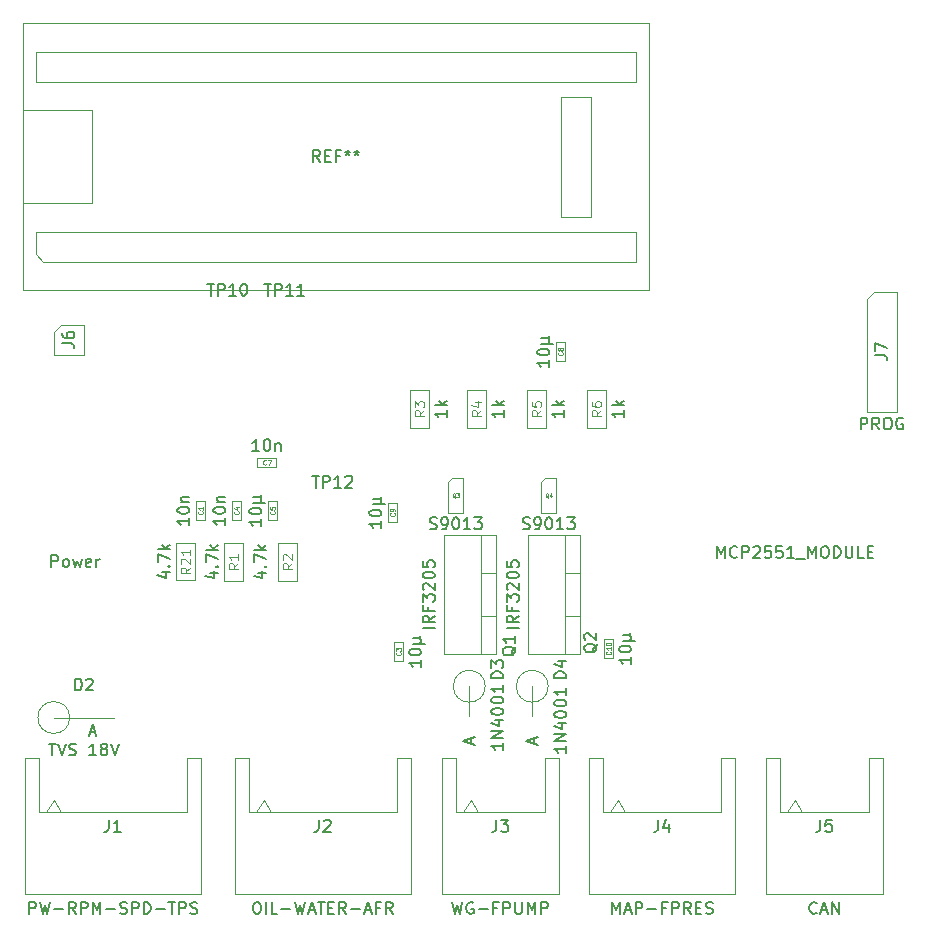
<source format=gbr>
%TF.GenerationSoftware,KiCad,Pcbnew,(6.0.4)*%
%TF.CreationDate,2022-05-02T23:04:35+02:00*%
%TF.ProjectId,BoostController,426f6f73-7443-46f6-9e74-726f6c6c6572,rev?*%
%TF.SameCoordinates,Original*%
%TF.FileFunction,AssemblyDrawing,Top*%
%FSLAX46Y46*%
G04 Gerber Fmt 4.6, Leading zero omitted, Abs format (unit mm)*
G04 Created by KiCad (PCBNEW (6.0.4)) date 2022-05-02 23:04:35*
%MOMM*%
%LPD*%
G01*
G04 APERTURE LIST*
%ADD10C,0.150000*%
%ADD11C,0.060000*%
%ADD12C,0.120000*%
%ADD13C,0.050000*%
%ADD14C,0.100000*%
G04 APERTURE END LIST*
D10*
%TO.C,C10*%
X113896380Y-104092285D02*
X113896380Y-104663714D01*
X113896380Y-104378000D02*
X112896380Y-104378000D01*
X113039238Y-104473238D01*
X113134476Y-104568476D01*
X113182095Y-104663714D01*
X112896380Y-103473238D02*
X112896380Y-103378000D01*
X112944000Y-103282761D01*
X112991619Y-103235142D01*
X113086857Y-103187523D01*
X113277333Y-103139904D01*
X113515428Y-103139904D01*
X113705904Y-103187523D01*
X113801142Y-103235142D01*
X113848761Y-103282761D01*
X113896380Y-103378000D01*
X113896380Y-103473238D01*
X113848761Y-103568476D01*
X113801142Y-103616095D01*
X113705904Y-103663714D01*
X113515428Y-103711333D01*
X113277333Y-103711333D01*
X113086857Y-103663714D01*
X112991619Y-103616095D01*
X112944000Y-103568476D01*
X112896380Y-103473238D01*
X113229714Y-102711333D02*
X114229714Y-102711333D01*
X113753523Y-102235142D02*
X113848761Y-102187523D01*
X113896380Y-102092285D01*
X113753523Y-102711333D02*
X113848761Y-102663714D01*
X113896380Y-102568476D01*
X113896380Y-102378000D01*
X113848761Y-102282761D01*
X113753523Y-102235142D01*
X113229714Y-102235142D01*
D11*
X112156857Y-103635142D02*
X112175904Y-103654190D01*
X112194952Y-103711333D01*
X112194952Y-103749428D01*
X112175904Y-103806571D01*
X112137809Y-103844666D01*
X112099714Y-103863714D01*
X112023523Y-103882761D01*
X111966380Y-103882761D01*
X111890190Y-103863714D01*
X111852095Y-103844666D01*
X111814000Y-103806571D01*
X111794952Y-103749428D01*
X111794952Y-103711333D01*
X111814000Y-103654190D01*
X111833047Y-103635142D01*
X112194952Y-103254190D02*
X112194952Y-103482761D01*
X112194952Y-103368476D02*
X111794952Y-103368476D01*
X111852095Y-103406571D01*
X111890190Y-103444666D01*
X111909238Y-103482761D01*
X111794952Y-103006571D02*
X111794952Y-102968476D01*
X111814000Y-102930380D01*
X111833047Y-102911333D01*
X111871142Y-102892285D01*
X111947333Y-102873238D01*
X112042571Y-102873238D01*
X112118761Y-102892285D01*
X112156857Y-102911333D01*
X112175904Y-102930380D01*
X112194952Y-102968476D01*
X112194952Y-103006571D01*
X112175904Y-103044666D01*
X112156857Y-103063714D01*
X112118761Y-103082761D01*
X112042571Y-103101809D01*
X111947333Y-103101809D01*
X111871142Y-103082761D01*
X111833047Y-103063714D01*
X111814000Y-103044666D01*
X111794952Y-103006571D01*
D10*
%TO.C,C9*%
X92748380Y-92561785D02*
X92748380Y-93133214D01*
X92748380Y-92847500D02*
X91748380Y-92847500D01*
X91891238Y-92942738D01*
X91986476Y-93037976D01*
X92034095Y-93133214D01*
X91748380Y-91942738D02*
X91748380Y-91847500D01*
X91796000Y-91752261D01*
X91843619Y-91704642D01*
X91938857Y-91657023D01*
X92129333Y-91609404D01*
X92367428Y-91609404D01*
X92557904Y-91657023D01*
X92653142Y-91704642D01*
X92700761Y-91752261D01*
X92748380Y-91847500D01*
X92748380Y-91942738D01*
X92700761Y-92037976D01*
X92653142Y-92085595D01*
X92557904Y-92133214D01*
X92367428Y-92180833D01*
X92129333Y-92180833D01*
X91938857Y-92133214D01*
X91843619Y-92085595D01*
X91796000Y-92037976D01*
X91748380Y-91942738D01*
X92081714Y-91180833D02*
X93081714Y-91180833D01*
X92605523Y-90704642D02*
X92700761Y-90657023D01*
X92748380Y-90561785D01*
X92605523Y-91180833D02*
X92700761Y-91133214D01*
X92748380Y-91037976D01*
X92748380Y-90847500D01*
X92700761Y-90752261D01*
X92605523Y-90704642D01*
X92081714Y-90704642D01*
D11*
X93868857Y-91914166D02*
X93887904Y-91933214D01*
X93906952Y-91990357D01*
X93906952Y-92028452D01*
X93887904Y-92085595D01*
X93849809Y-92123690D01*
X93811714Y-92142738D01*
X93735523Y-92161785D01*
X93678380Y-92161785D01*
X93602190Y-92142738D01*
X93564095Y-92123690D01*
X93526000Y-92085595D01*
X93506952Y-92028452D01*
X93506952Y-91990357D01*
X93526000Y-91933214D01*
X93545047Y-91914166D01*
X93906952Y-91723690D02*
X93906952Y-91647500D01*
X93887904Y-91609404D01*
X93868857Y-91590357D01*
X93811714Y-91552261D01*
X93735523Y-91533214D01*
X93583142Y-91533214D01*
X93545047Y-91552261D01*
X93526000Y-91571309D01*
X93506952Y-91609404D01*
X93506952Y-91685595D01*
X93526000Y-91723690D01*
X93545047Y-91742738D01*
X93583142Y-91761785D01*
X93678380Y-91761785D01*
X93716476Y-91742738D01*
X93735523Y-91723690D01*
X93754571Y-91685595D01*
X93754571Y-91609404D01*
X93735523Y-91571309D01*
X93716476Y-91552261D01*
X93678380Y-91533214D01*
D10*
%TO.C,C8*%
X106972380Y-78946285D02*
X106972380Y-79517714D01*
X106972380Y-79232000D02*
X105972380Y-79232000D01*
X106115238Y-79327238D01*
X106210476Y-79422476D01*
X106258095Y-79517714D01*
X105972380Y-78327238D02*
X105972380Y-78232000D01*
X106020000Y-78136761D01*
X106067619Y-78089142D01*
X106162857Y-78041523D01*
X106353333Y-77993904D01*
X106591428Y-77993904D01*
X106781904Y-78041523D01*
X106877142Y-78089142D01*
X106924761Y-78136761D01*
X106972380Y-78232000D01*
X106972380Y-78327238D01*
X106924761Y-78422476D01*
X106877142Y-78470095D01*
X106781904Y-78517714D01*
X106591428Y-78565333D01*
X106353333Y-78565333D01*
X106162857Y-78517714D01*
X106067619Y-78470095D01*
X106020000Y-78422476D01*
X105972380Y-78327238D01*
X106305714Y-77565333D02*
X107305714Y-77565333D01*
X106829523Y-77089142D02*
X106924761Y-77041523D01*
X106972380Y-76946285D01*
X106829523Y-77565333D02*
X106924761Y-77517714D01*
X106972380Y-77422476D01*
X106972380Y-77232000D01*
X106924761Y-77136761D01*
X106829523Y-77089142D01*
X106305714Y-77089142D01*
D11*
X108092857Y-78298666D02*
X108111904Y-78317714D01*
X108130952Y-78374857D01*
X108130952Y-78412952D01*
X108111904Y-78470095D01*
X108073809Y-78508190D01*
X108035714Y-78527238D01*
X107959523Y-78546285D01*
X107902380Y-78546285D01*
X107826190Y-78527238D01*
X107788095Y-78508190D01*
X107750000Y-78470095D01*
X107730952Y-78412952D01*
X107730952Y-78374857D01*
X107750000Y-78317714D01*
X107769047Y-78298666D01*
X107902380Y-78070095D02*
X107883333Y-78108190D01*
X107864285Y-78127238D01*
X107826190Y-78146285D01*
X107807142Y-78146285D01*
X107769047Y-78127238D01*
X107750000Y-78108190D01*
X107730952Y-78070095D01*
X107730952Y-77993904D01*
X107750000Y-77955809D01*
X107769047Y-77936761D01*
X107807142Y-77917714D01*
X107826190Y-77917714D01*
X107864285Y-77936761D01*
X107883333Y-77955809D01*
X107902380Y-77993904D01*
X107902380Y-78070095D01*
X107921428Y-78108190D01*
X107940476Y-78127238D01*
X107978571Y-78146285D01*
X108054761Y-78146285D01*
X108092857Y-78127238D01*
X108111904Y-78108190D01*
X108130952Y-78070095D01*
X108130952Y-77993904D01*
X108111904Y-77955809D01*
X108092857Y-77936761D01*
X108054761Y-77917714D01*
X107978571Y-77917714D01*
X107940476Y-77936761D01*
X107921428Y-77955809D01*
X107902380Y-77993904D01*
D10*
%TO.C,C7*%
X82415142Y-86652380D02*
X81843714Y-86652380D01*
X82129428Y-86652380D02*
X82129428Y-85652380D01*
X82034190Y-85795238D01*
X81938952Y-85890476D01*
X81843714Y-85938095D01*
X83034190Y-85652380D02*
X83129428Y-85652380D01*
X83224666Y-85700000D01*
X83272285Y-85747619D01*
X83319904Y-85842857D01*
X83367523Y-86033333D01*
X83367523Y-86271428D01*
X83319904Y-86461904D01*
X83272285Y-86557142D01*
X83224666Y-86604761D01*
X83129428Y-86652380D01*
X83034190Y-86652380D01*
X82938952Y-86604761D01*
X82891333Y-86557142D01*
X82843714Y-86461904D01*
X82796095Y-86271428D01*
X82796095Y-86033333D01*
X82843714Y-85842857D01*
X82891333Y-85747619D01*
X82938952Y-85700000D01*
X83034190Y-85652380D01*
X83796095Y-85985714D02*
X83796095Y-86652380D01*
X83796095Y-86080952D02*
X83843714Y-86033333D01*
X83938952Y-85985714D01*
X84081809Y-85985714D01*
X84177047Y-86033333D01*
X84224666Y-86128571D01*
X84224666Y-86652380D01*
D11*
X82991333Y-87772857D02*
X82972285Y-87791904D01*
X82915142Y-87810952D01*
X82877047Y-87810952D01*
X82819904Y-87791904D01*
X82781809Y-87753809D01*
X82762761Y-87715714D01*
X82743714Y-87639523D01*
X82743714Y-87582380D01*
X82762761Y-87506190D01*
X82781809Y-87468095D01*
X82819904Y-87430000D01*
X82877047Y-87410952D01*
X82915142Y-87410952D01*
X82972285Y-87430000D01*
X82991333Y-87449047D01*
X83124666Y-87410952D02*
X83391333Y-87410952D01*
X83219904Y-87810952D01*
D10*
%TO.C,C5*%
X82588380Y-92408285D02*
X82588380Y-92979714D01*
X82588380Y-92694000D02*
X81588380Y-92694000D01*
X81731238Y-92789238D01*
X81826476Y-92884476D01*
X81874095Y-92979714D01*
X81588380Y-91789238D02*
X81588380Y-91694000D01*
X81636000Y-91598761D01*
X81683619Y-91551142D01*
X81778857Y-91503523D01*
X81969333Y-91455904D01*
X82207428Y-91455904D01*
X82397904Y-91503523D01*
X82493142Y-91551142D01*
X82540761Y-91598761D01*
X82588380Y-91694000D01*
X82588380Y-91789238D01*
X82540761Y-91884476D01*
X82493142Y-91932095D01*
X82397904Y-91979714D01*
X82207428Y-92027333D01*
X81969333Y-92027333D01*
X81778857Y-91979714D01*
X81683619Y-91932095D01*
X81636000Y-91884476D01*
X81588380Y-91789238D01*
X81921714Y-91027333D02*
X82921714Y-91027333D01*
X82445523Y-90551142D02*
X82540761Y-90503523D01*
X82588380Y-90408285D01*
X82445523Y-91027333D02*
X82540761Y-90979714D01*
X82588380Y-90884476D01*
X82588380Y-90694000D01*
X82540761Y-90598761D01*
X82445523Y-90551142D01*
X81921714Y-90551142D01*
D11*
X83708857Y-91760666D02*
X83727904Y-91779714D01*
X83746952Y-91836857D01*
X83746952Y-91874952D01*
X83727904Y-91932095D01*
X83689809Y-91970190D01*
X83651714Y-91989238D01*
X83575523Y-92008285D01*
X83518380Y-92008285D01*
X83442190Y-91989238D01*
X83404095Y-91970190D01*
X83366000Y-91932095D01*
X83346952Y-91874952D01*
X83346952Y-91836857D01*
X83366000Y-91779714D01*
X83385047Y-91760666D01*
X83346952Y-91398761D02*
X83346952Y-91589238D01*
X83537428Y-91608285D01*
X83518380Y-91589238D01*
X83499333Y-91551142D01*
X83499333Y-91455904D01*
X83518380Y-91417809D01*
X83537428Y-91398761D01*
X83575523Y-91379714D01*
X83670761Y-91379714D01*
X83708857Y-91398761D01*
X83727904Y-91417809D01*
X83746952Y-91455904D01*
X83746952Y-91551142D01*
X83727904Y-91589238D01*
X83708857Y-91608285D01*
D10*
%TO.C,C4*%
X79540380Y-92336857D02*
X79540380Y-92908285D01*
X79540380Y-92622571D02*
X78540380Y-92622571D01*
X78683238Y-92717809D01*
X78778476Y-92813047D01*
X78826095Y-92908285D01*
X78540380Y-91717809D02*
X78540380Y-91622571D01*
X78588000Y-91527333D01*
X78635619Y-91479714D01*
X78730857Y-91432095D01*
X78921333Y-91384476D01*
X79159428Y-91384476D01*
X79349904Y-91432095D01*
X79445142Y-91479714D01*
X79492761Y-91527333D01*
X79540380Y-91622571D01*
X79540380Y-91717809D01*
X79492761Y-91813047D01*
X79445142Y-91860666D01*
X79349904Y-91908285D01*
X79159428Y-91955904D01*
X78921333Y-91955904D01*
X78730857Y-91908285D01*
X78635619Y-91860666D01*
X78588000Y-91813047D01*
X78540380Y-91717809D01*
X78873714Y-90955904D02*
X79540380Y-90955904D01*
X78968952Y-90955904D02*
X78921333Y-90908285D01*
X78873714Y-90813047D01*
X78873714Y-90670190D01*
X78921333Y-90574952D01*
X79016571Y-90527333D01*
X79540380Y-90527333D01*
D11*
X80660857Y-91760666D02*
X80679904Y-91779714D01*
X80698952Y-91836857D01*
X80698952Y-91874952D01*
X80679904Y-91932095D01*
X80641809Y-91970190D01*
X80603714Y-91989238D01*
X80527523Y-92008285D01*
X80470380Y-92008285D01*
X80394190Y-91989238D01*
X80356095Y-91970190D01*
X80318000Y-91932095D01*
X80298952Y-91874952D01*
X80298952Y-91836857D01*
X80318000Y-91779714D01*
X80337047Y-91760666D01*
X80432285Y-91417809D02*
X80698952Y-91417809D01*
X80279904Y-91513047D02*
X80565619Y-91608285D01*
X80565619Y-91360666D01*
D10*
%TO.C,C3*%
X96116380Y-104346285D02*
X96116380Y-104917714D01*
X96116380Y-104632000D02*
X95116380Y-104632000D01*
X95259238Y-104727238D01*
X95354476Y-104822476D01*
X95402095Y-104917714D01*
X95116380Y-103727238D02*
X95116380Y-103632000D01*
X95164000Y-103536761D01*
X95211619Y-103489142D01*
X95306857Y-103441523D01*
X95497333Y-103393904D01*
X95735428Y-103393904D01*
X95925904Y-103441523D01*
X96021142Y-103489142D01*
X96068761Y-103536761D01*
X96116380Y-103632000D01*
X96116380Y-103727238D01*
X96068761Y-103822476D01*
X96021142Y-103870095D01*
X95925904Y-103917714D01*
X95735428Y-103965333D01*
X95497333Y-103965333D01*
X95306857Y-103917714D01*
X95211619Y-103870095D01*
X95164000Y-103822476D01*
X95116380Y-103727238D01*
X95449714Y-102965333D02*
X96449714Y-102965333D01*
X95973523Y-102489142D02*
X96068761Y-102441523D01*
X96116380Y-102346285D01*
X95973523Y-102965333D02*
X96068761Y-102917714D01*
X96116380Y-102822476D01*
X96116380Y-102632000D01*
X96068761Y-102536761D01*
X95973523Y-102489142D01*
X95449714Y-102489142D01*
D11*
X94376857Y-103698666D02*
X94395904Y-103717714D01*
X94414952Y-103774857D01*
X94414952Y-103812952D01*
X94395904Y-103870095D01*
X94357809Y-103908190D01*
X94319714Y-103927238D01*
X94243523Y-103946285D01*
X94186380Y-103946285D01*
X94110190Y-103927238D01*
X94072095Y-103908190D01*
X94034000Y-103870095D01*
X94014952Y-103812952D01*
X94014952Y-103774857D01*
X94034000Y-103717714D01*
X94053047Y-103698666D01*
X94014952Y-103565333D02*
X94014952Y-103317714D01*
X94167333Y-103451047D01*
X94167333Y-103393904D01*
X94186380Y-103355809D01*
X94205428Y-103336761D01*
X94243523Y-103317714D01*
X94338761Y-103317714D01*
X94376857Y-103336761D01*
X94395904Y-103355809D01*
X94414952Y-103393904D01*
X94414952Y-103508190D01*
X94395904Y-103546285D01*
X94376857Y-103565333D01*
D10*
%TO.C,C1*%
X76492380Y-92336857D02*
X76492380Y-92908285D01*
X76492380Y-92622571D02*
X75492380Y-92622571D01*
X75635238Y-92717809D01*
X75730476Y-92813047D01*
X75778095Y-92908285D01*
X75492380Y-91717809D02*
X75492380Y-91622571D01*
X75540000Y-91527333D01*
X75587619Y-91479714D01*
X75682857Y-91432095D01*
X75873333Y-91384476D01*
X76111428Y-91384476D01*
X76301904Y-91432095D01*
X76397142Y-91479714D01*
X76444761Y-91527333D01*
X76492380Y-91622571D01*
X76492380Y-91717809D01*
X76444761Y-91813047D01*
X76397142Y-91860666D01*
X76301904Y-91908285D01*
X76111428Y-91955904D01*
X75873333Y-91955904D01*
X75682857Y-91908285D01*
X75587619Y-91860666D01*
X75540000Y-91813047D01*
X75492380Y-91717809D01*
X75825714Y-90955904D02*
X76492380Y-90955904D01*
X75920952Y-90955904D02*
X75873333Y-90908285D01*
X75825714Y-90813047D01*
X75825714Y-90670190D01*
X75873333Y-90574952D01*
X75968571Y-90527333D01*
X76492380Y-90527333D01*
D11*
X77612857Y-91760666D02*
X77631904Y-91779714D01*
X77650952Y-91836857D01*
X77650952Y-91874952D01*
X77631904Y-91932095D01*
X77593809Y-91970190D01*
X77555714Y-91989238D01*
X77479523Y-92008285D01*
X77422380Y-92008285D01*
X77346190Y-91989238D01*
X77308095Y-91970190D01*
X77270000Y-91932095D01*
X77250952Y-91874952D01*
X77250952Y-91836857D01*
X77270000Y-91779714D01*
X77289047Y-91760666D01*
X77650952Y-91379714D02*
X77650952Y-91608285D01*
X77650952Y-91494000D02*
X77250952Y-91494000D01*
X77308095Y-91532095D01*
X77346190Y-91570190D01*
X77365238Y-91608285D01*
D10*
%TO.C,TP12*%
X86907904Y-88746380D02*
X87479333Y-88746380D01*
X87193619Y-89746380D02*
X87193619Y-88746380D01*
X87812666Y-89746380D02*
X87812666Y-88746380D01*
X88193619Y-88746380D01*
X88288857Y-88794000D01*
X88336476Y-88841619D01*
X88384095Y-88936857D01*
X88384095Y-89079714D01*
X88336476Y-89174952D01*
X88288857Y-89222571D01*
X88193619Y-89270190D01*
X87812666Y-89270190D01*
X89336476Y-89746380D02*
X88765047Y-89746380D01*
X89050761Y-89746380D02*
X89050761Y-88746380D01*
X88955523Y-88889238D01*
X88860285Y-88984476D01*
X88765047Y-89032095D01*
X89717428Y-88841619D02*
X89765047Y-88794000D01*
X89860285Y-88746380D01*
X90098380Y-88746380D01*
X90193619Y-88794000D01*
X90241238Y-88841619D01*
X90288857Y-88936857D01*
X90288857Y-89032095D01*
X90241238Y-89174952D01*
X89669809Y-89746380D01*
X90288857Y-89746380D01*
%TO.C,U1*%
X87566666Y-62174380D02*
X87233333Y-61698190D01*
X86995238Y-62174380D02*
X86995238Y-61174380D01*
X87376190Y-61174380D01*
X87471428Y-61222000D01*
X87519047Y-61269619D01*
X87566666Y-61364857D01*
X87566666Y-61507714D01*
X87519047Y-61602952D01*
X87471428Y-61650571D01*
X87376190Y-61698190D01*
X86995238Y-61698190D01*
X87995238Y-61650571D02*
X88328571Y-61650571D01*
X88471428Y-62174380D02*
X87995238Y-62174380D01*
X87995238Y-61174380D01*
X88471428Y-61174380D01*
X89233333Y-61650571D02*
X88900000Y-61650571D01*
X88900000Y-62174380D02*
X88900000Y-61174380D01*
X89376190Y-61174380D01*
X89900000Y-61174380D02*
X89900000Y-61412476D01*
X89661904Y-61317238D02*
X89900000Y-61412476D01*
X90138095Y-61317238D01*
X89757142Y-61602952D02*
X89900000Y-61412476D01*
X90042857Y-61602952D01*
X90661904Y-61174380D02*
X90661904Y-61412476D01*
X90423809Y-61317238D02*
X90661904Y-61412476D01*
X90900000Y-61317238D01*
X90519047Y-61602952D02*
X90661904Y-61412476D01*
X90804761Y-61602952D01*
%TO.C,R1*%
X78229714Y-96972571D02*
X78896380Y-96972571D01*
X77848761Y-97210666D02*
X78563047Y-97448761D01*
X78563047Y-96829714D01*
X78801142Y-96448761D02*
X78848761Y-96401142D01*
X78896380Y-96448761D01*
X78848761Y-96496380D01*
X78801142Y-96448761D01*
X78896380Y-96448761D01*
X77896380Y-96067809D02*
X77896380Y-95401142D01*
X78896380Y-95829714D01*
X78896380Y-95020190D02*
X77896380Y-95020190D01*
X78515428Y-94924952D02*
X78896380Y-94639238D01*
X78229714Y-94639238D02*
X78610666Y-95020190D01*
D12*
X80625904Y-96177333D02*
X80244952Y-96444000D01*
X80625904Y-96634476D02*
X79825904Y-96634476D01*
X79825904Y-96329714D01*
X79864000Y-96253523D01*
X79902095Y-96215428D01*
X79978285Y-96177333D01*
X80092571Y-96177333D01*
X80168761Y-96215428D01*
X80206857Y-96253523D01*
X80244952Y-96329714D01*
X80244952Y-96634476D01*
X80625904Y-95415428D02*
X80625904Y-95872571D01*
X80625904Y-95644000D02*
X79825904Y-95644000D01*
X79940190Y-95720190D01*
X80016380Y-95796380D01*
X80054476Y-95872571D01*
D10*
%TO.C,J1*%
X62928761Y-125838380D02*
X62928761Y-124838380D01*
X63309714Y-124838380D01*
X63404952Y-124886000D01*
X63452571Y-124933619D01*
X63500190Y-125028857D01*
X63500190Y-125171714D01*
X63452571Y-125266952D01*
X63404952Y-125314571D01*
X63309714Y-125362190D01*
X62928761Y-125362190D01*
X63833523Y-124838380D02*
X64071619Y-125838380D01*
X64262095Y-125124095D01*
X64452571Y-125838380D01*
X64690666Y-124838380D01*
X65071619Y-125457428D02*
X65833523Y-125457428D01*
X66881142Y-125838380D02*
X66547809Y-125362190D01*
X66309714Y-125838380D02*
X66309714Y-124838380D01*
X66690666Y-124838380D01*
X66785904Y-124886000D01*
X66833523Y-124933619D01*
X66881142Y-125028857D01*
X66881142Y-125171714D01*
X66833523Y-125266952D01*
X66785904Y-125314571D01*
X66690666Y-125362190D01*
X66309714Y-125362190D01*
X67309714Y-125838380D02*
X67309714Y-124838380D01*
X67690666Y-124838380D01*
X67785904Y-124886000D01*
X67833523Y-124933619D01*
X67881142Y-125028857D01*
X67881142Y-125171714D01*
X67833523Y-125266952D01*
X67785904Y-125314571D01*
X67690666Y-125362190D01*
X67309714Y-125362190D01*
X68309714Y-125838380D02*
X68309714Y-124838380D01*
X68643047Y-125552666D01*
X68976380Y-124838380D01*
X68976380Y-125838380D01*
X69452571Y-125457428D02*
X70214476Y-125457428D01*
X70643047Y-125790761D02*
X70785904Y-125838380D01*
X71024000Y-125838380D01*
X71119238Y-125790761D01*
X71166857Y-125743142D01*
X71214476Y-125647904D01*
X71214476Y-125552666D01*
X71166857Y-125457428D01*
X71119238Y-125409809D01*
X71024000Y-125362190D01*
X70833523Y-125314571D01*
X70738285Y-125266952D01*
X70690666Y-125219333D01*
X70643047Y-125124095D01*
X70643047Y-125028857D01*
X70690666Y-124933619D01*
X70738285Y-124886000D01*
X70833523Y-124838380D01*
X71071619Y-124838380D01*
X71214476Y-124886000D01*
X71643047Y-125838380D02*
X71643047Y-124838380D01*
X72024000Y-124838380D01*
X72119238Y-124886000D01*
X72166857Y-124933619D01*
X72214476Y-125028857D01*
X72214476Y-125171714D01*
X72166857Y-125266952D01*
X72119238Y-125314571D01*
X72024000Y-125362190D01*
X71643047Y-125362190D01*
X72643047Y-125838380D02*
X72643047Y-124838380D01*
X72881142Y-124838380D01*
X73024000Y-124886000D01*
X73119238Y-124981238D01*
X73166857Y-125076476D01*
X73214476Y-125266952D01*
X73214476Y-125409809D01*
X73166857Y-125600285D01*
X73119238Y-125695523D01*
X73024000Y-125790761D01*
X72881142Y-125838380D01*
X72643047Y-125838380D01*
X73643047Y-125457428D02*
X74404952Y-125457428D01*
X74738285Y-124838380D02*
X75309714Y-124838380D01*
X75024000Y-125838380D02*
X75024000Y-124838380D01*
X75643047Y-125838380D02*
X75643047Y-124838380D01*
X76024000Y-124838380D01*
X76119238Y-124886000D01*
X76166857Y-124933619D01*
X76214476Y-125028857D01*
X76214476Y-125171714D01*
X76166857Y-125266952D01*
X76119238Y-125314571D01*
X76024000Y-125362190D01*
X75643047Y-125362190D01*
X76595428Y-125790761D02*
X76738285Y-125838380D01*
X76976380Y-125838380D01*
X77071619Y-125790761D01*
X77119238Y-125743142D01*
X77166857Y-125647904D01*
X77166857Y-125552666D01*
X77119238Y-125457428D01*
X77071619Y-125409809D01*
X76976380Y-125362190D01*
X76785904Y-125314571D01*
X76690666Y-125266952D01*
X76643047Y-125219333D01*
X76595428Y-125124095D01*
X76595428Y-125028857D01*
X76643047Y-124933619D01*
X76690666Y-124886000D01*
X76785904Y-124838380D01*
X77024000Y-124838380D01*
X77166857Y-124886000D01*
X69690666Y-117888380D02*
X69690666Y-118602666D01*
X69643047Y-118745523D01*
X69547809Y-118840761D01*
X69404952Y-118888380D01*
X69309714Y-118888380D01*
X70690666Y-118888380D02*
X70119238Y-118888380D01*
X70404952Y-118888380D02*
X70404952Y-117888380D01*
X70309714Y-118031238D01*
X70214476Y-118126476D01*
X70119238Y-118174095D01*
%TO.C,R2*%
X82335714Y-96972571D02*
X83002380Y-96972571D01*
X81954761Y-97210666D02*
X82669047Y-97448761D01*
X82669047Y-96829714D01*
X82907142Y-96448761D02*
X82954761Y-96401142D01*
X83002380Y-96448761D01*
X82954761Y-96496380D01*
X82907142Y-96448761D01*
X83002380Y-96448761D01*
X82002380Y-96067809D02*
X82002380Y-95401142D01*
X83002380Y-95829714D01*
X83002380Y-95020190D02*
X82002380Y-95020190D01*
X82621428Y-94924952D02*
X83002380Y-94639238D01*
X82335714Y-94639238D02*
X82716666Y-95020190D01*
D12*
X85197904Y-96177333D02*
X84816952Y-96444000D01*
X85197904Y-96634476D02*
X84397904Y-96634476D01*
X84397904Y-96329714D01*
X84436000Y-96253523D01*
X84474095Y-96215428D01*
X84550285Y-96177333D01*
X84664571Y-96177333D01*
X84740761Y-96215428D01*
X84778857Y-96253523D01*
X84816952Y-96329714D01*
X84816952Y-96634476D01*
X84474095Y-95872571D02*
X84436000Y-95834476D01*
X84397904Y-95758285D01*
X84397904Y-95567809D01*
X84436000Y-95491619D01*
X84474095Y-95453523D01*
X84550285Y-95415428D01*
X84626476Y-95415428D01*
X84740761Y-95453523D01*
X85197904Y-95910666D01*
X85197904Y-95415428D01*
D10*
%TO.C,J2*%
X82137333Y-124838380D02*
X82327809Y-124838380D01*
X82423047Y-124886000D01*
X82518285Y-124981238D01*
X82565904Y-125171714D01*
X82565904Y-125505047D01*
X82518285Y-125695523D01*
X82423047Y-125790761D01*
X82327809Y-125838380D01*
X82137333Y-125838380D01*
X82042095Y-125790761D01*
X81946857Y-125695523D01*
X81899238Y-125505047D01*
X81899238Y-125171714D01*
X81946857Y-124981238D01*
X82042095Y-124886000D01*
X82137333Y-124838380D01*
X82994476Y-125838380D02*
X82994476Y-124838380D01*
X83946857Y-125838380D02*
X83470666Y-125838380D01*
X83470666Y-124838380D01*
X84280190Y-125457428D02*
X85042095Y-125457428D01*
X85423047Y-124838380D02*
X85661142Y-125838380D01*
X85851619Y-125124095D01*
X86042095Y-125838380D01*
X86280190Y-124838380D01*
X86613523Y-125552666D02*
X87089714Y-125552666D01*
X86518285Y-125838380D02*
X86851619Y-124838380D01*
X87184952Y-125838380D01*
X87375428Y-124838380D02*
X87946857Y-124838380D01*
X87661142Y-125838380D02*
X87661142Y-124838380D01*
X88280190Y-125314571D02*
X88613523Y-125314571D01*
X88756380Y-125838380D02*
X88280190Y-125838380D01*
X88280190Y-124838380D01*
X88756380Y-124838380D01*
X89756380Y-125838380D02*
X89423047Y-125362190D01*
X89184952Y-125838380D02*
X89184952Y-124838380D01*
X89565904Y-124838380D01*
X89661142Y-124886000D01*
X89708761Y-124933619D01*
X89756380Y-125028857D01*
X89756380Y-125171714D01*
X89708761Y-125266952D01*
X89661142Y-125314571D01*
X89565904Y-125362190D01*
X89184952Y-125362190D01*
X90184952Y-125457428D02*
X90946857Y-125457428D01*
X91375428Y-125552666D02*
X91851619Y-125552666D01*
X91280190Y-125838380D02*
X91613523Y-124838380D01*
X91946857Y-125838380D01*
X92613523Y-125314571D02*
X92280190Y-125314571D01*
X92280190Y-125838380D02*
X92280190Y-124838380D01*
X92756380Y-124838380D01*
X93708761Y-125838380D02*
X93375428Y-125362190D01*
X93137333Y-125838380D02*
X93137333Y-124838380D01*
X93518285Y-124838380D01*
X93613523Y-124886000D01*
X93661142Y-124933619D01*
X93708761Y-125028857D01*
X93708761Y-125171714D01*
X93661142Y-125266952D01*
X93613523Y-125314571D01*
X93518285Y-125362190D01*
X93137333Y-125362190D01*
X87470666Y-117888380D02*
X87470666Y-118602666D01*
X87423047Y-118745523D01*
X87327809Y-118840761D01*
X87184952Y-118888380D01*
X87089714Y-118888380D01*
X87899238Y-117983619D02*
X87946857Y-117936000D01*
X88042095Y-117888380D01*
X88280190Y-117888380D01*
X88375428Y-117936000D01*
X88423047Y-117983619D01*
X88470666Y-118078857D01*
X88470666Y-118174095D01*
X88423047Y-118316952D01*
X87851619Y-118888380D01*
X88470666Y-118888380D01*
%TO.C,J3*%
X98758571Y-124838380D02*
X98996666Y-125838380D01*
X99187142Y-125124095D01*
X99377619Y-125838380D01*
X99615714Y-124838380D01*
X100520476Y-124886000D02*
X100425238Y-124838380D01*
X100282380Y-124838380D01*
X100139523Y-124886000D01*
X100044285Y-124981238D01*
X99996666Y-125076476D01*
X99949047Y-125266952D01*
X99949047Y-125409809D01*
X99996666Y-125600285D01*
X100044285Y-125695523D01*
X100139523Y-125790761D01*
X100282380Y-125838380D01*
X100377619Y-125838380D01*
X100520476Y-125790761D01*
X100568095Y-125743142D01*
X100568095Y-125409809D01*
X100377619Y-125409809D01*
X100996666Y-125457428D02*
X101758571Y-125457428D01*
X102568095Y-125314571D02*
X102234761Y-125314571D01*
X102234761Y-125838380D02*
X102234761Y-124838380D01*
X102710952Y-124838380D01*
X103091904Y-125838380D02*
X103091904Y-124838380D01*
X103472857Y-124838380D01*
X103568095Y-124886000D01*
X103615714Y-124933619D01*
X103663333Y-125028857D01*
X103663333Y-125171714D01*
X103615714Y-125266952D01*
X103568095Y-125314571D01*
X103472857Y-125362190D01*
X103091904Y-125362190D01*
X104091904Y-124838380D02*
X104091904Y-125647904D01*
X104139523Y-125743142D01*
X104187142Y-125790761D01*
X104282380Y-125838380D01*
X104472857Y-125838380D01*
X104568095Y-125790761D01*
X104615714Y-125743142D01*
X104663333Y-125647904D01*
X104663333Y-124838380D01*
X105139523Y-125838380D02*
X105139523Y-124838380D01*
X105472857Y-125552666D01*
X105806190Y-124838380D01*
X105806190Y-125838380D01*
X106282380Y-125838380D02*
X106282380Y-124838380D01*
X106663333Y-124838380D01*
X106758571Y-124886000D01*
X106806190Y-124933619D01*
X106853809Y-125028857D01*
X106853809Y-125171714D01*
X106806190Y-125266952D01*
X106758571Y-125314571D01*
X106663333Y-125362190D01*
X106282380Y-125362190D01*
X102496666Y-117888380D02*
X102496666Y-118602666D01*
X102449047Y-118745523D01*
X102353809Y-118840761D01*
X102210952Y-118888380D01*
X102115714Y-118888380D01*
X102877619Y-117888380D02*
X103496666Y-117888380D01*
X103163333Y-118269333D01*
X103306190Y-118269333D01*
X103401428Y-118316952D01*
X103449047Y-118364571D01*
X103496666Y-118459809D01*
X103496666Y-118697904D01*
X103449047Y-118793142D01*
X103401428Y-118840761D01*
X103306190Y-118888380D01*
X103020476Y-118888380D01*
X102925238Y-118840761D01*
X102877619Y-118793142D01*
%TO.C,J4*%
X112287904Y-125838380D02*
X112287904Y-124838380D01*
X112621238Y-125552666D01*
X112954571Y-124838380D01*
X112954571Y-125838380D01*
X113383142Y-125552666D02*
X113859333Y-125552666D01*
X113287904Y-125838380D02*
X113621238Y-124838380D01*
X113954571Y-125838380D01*
X114287904Y-125838380D02*
X114287904Y-124838380D01*
X114668857Y-124838380D01*
X114764095Y-124886000D01*
X114811714Y-124933619D01*
X114859333Y-125028857D01*
X114859333Y-125171714D01*
X114811714Y-125266952D01*
X114764095Y-125314571D01*
X114668857Y-125362190D01*
X114287904Y-125362190D01*
X115287904Y-125457428D02*
X116049809Y-125457428D01*
X116859333Y-125314571D02*
X116526000Y-125314571D01*
X116526000Y-125838380D02*
X116526000Y-124838380D01*
X117002190Y-124838380D01*
X117383142Y-125838380D02*
X117383142Y-124838380D01*
X117764095Y-124838380D01*
X117859333Y-124886000D01*
X117906952Y-124933619D01*
X117954571Y-125028857D01*
X117954571Y-125171714D01*
X117906952Y-125266952D01*
X117859333Y-125314571D01*
X117764095Y-125362190D01*
X117383142Y-125362190D01*
X118954571Y-125838380D02*
X118621238Y-125362190D01*
X118383142Y-125838380D02*
X118383142Y-124838380D01*
X118764095Y-124838380D01*
X118859333Y-124886000D01*
X118906952Y-124933619D01*
X118954571Y-125028857D01*
X118954571Y-125171714D01*
X118906952Y-125266952D01*
X118859333Y-125314571D01*
X118764095Y-125362190D01*
X118383142Y-125362190D01*
X119383142Y-125314571D02*
X119716476Y-125314571D01*
X119859333Y-125838380D02*
X119383142Y-125838380D01*
X119383142Y-124838380D01*
X119859333Y-124838380D01*
X120240285Y-125790761D02*
X120383142Y-125838380D01*
X120621238Y-125838380D01*
X120716476Y-125790761D01*
X120764095Y-125743142D01*
X120811714Y-125647904D01*
X120811714Y-125552666D01*
X120764095Y-125457428D01*
X120716476Y-125409809D01*
X120621238Y-125362190D01*
X120430761Y-125314571D01*
X120335523Y-125266952D01*
X120287904Y-125219333D01*
X120240285Y-125124095D01*
X120240285Y-125028857D01*
X120287904Y-124933619D01*
X120335523Y-124886000D01*
X120430761Y-124838380D01*
X120668857Y-124838380D01*
X120811714Y-124886000D01*
X116192666Y-117888380D02*
X116192666Y-118602666D01*
X116145047Y-118745523D01*
X116049809Y-118840761D01*
X115906952Y-118888380D01*
X115811714Y-118888380D01*
X117097428Y-118221714D02*
X117097428Y-118888380D01*
X116859333Y-117840761D02*
X116621238Y-118555047D01*
X117240285Y-118555047D01*
%TO.C,J5*%
X129619142Y-125743142D02*
X129571523Y-125790761D01*
X129428666Y-125838380D01*
X129333428Y-125838380D01*
X129190571Y-125790761D01*
X129095333Y-125695523D01*
X129047714Y-125600285D01*
X129000095Y-125409809D01*
X129000095Y-125266952D01*
X129047714Y-125076476D01*
X129095333Y-124981238D01*
X129190571Y-124886000D01*
X129333428Y-124838380D01*
X129428666Y-124838380D01*
X129571523Y-124886000D01*
X129619142Y-124933619D01*
X130000095Y-125552666D02*
X130476285Y-125552666D01*
X129904857Y-125838380D02*
X130238190Y-124838380D01*
X130571523Y-125838380D01*
X130904857Y-125838380D02*
X130904857Y-124838380D01*
X131476285Y-125838380D01*
X131476285Y-124838380D01*
X129928666Y-117888380D02*
X129928666Y-118602666D01*
X129881047Y-118745523D01*
X129785809Y-118840761D01*
X129642952Y-118888380D01*
X129547714Y-118888380D01*
X130881047Y-117888380D02*
X130404857Y-117888380D01*
X130357238Y-118364571D01*
X130404857Y-118316952D01*
X130500095Y-118269333D01*
X130738190Y-118269333D01*
X130833428Y-118316952D01*
X130881047Y-118364571D01*
X130928666Y-118459809D01*
X130928666Y-118697904D01*
X130881047Y-118793142D01*
X130833428Y-118840761D01*
X130738190Y-118888380D01*
X130500095Y-118888380D01*
X130404857Y-118840761D01*
X130357238Y-118793142D01*
%TO.C,D2*%
X64611619Y-111423015D02*
X65183047Y-111423015D01*
X64897333Y-112423015D02*
X64897333Y-111423015D01*
X65373523Y-111423015D02*
X65706857Y-112423015D01*
X66040190Y-111423015D01*
X66325904Y-112375396D02*
X66468761Y-112423015D01*
X66706857Y-112423015D01*
X66802095Y-112375396D01*
X66849714Y-112327777D01*
X66897333Y-112232539D01*
X66897333Y-112137301D01*
X66849714Y-112042063D01*
X66802095Y-111994444D01*
X66706857Y-111946825D01*
X66516380Y-111899206D01*
X66421142Y-111851587D01*
X66373523Y-111803968D01*
X66325904Y-111708730D01*
X66325904Y-111613492D01*
X66373523Y-111518254D01*
X66421142Y-111470635D01*
X66516380Y-111423015D01*
X66754476Y-111423015D01*
X66897333Y-111470635D01*
X68611619Y-112423015D02*
X68040190Y-112423015D01*
X68325904Y-112423015D02*
X68325904Y-111423015D01*
X68230666Y-111565873D01*
X68135428Y-111661111D01*
X68040190Y-111708730D01*
X69183047Y-111851587D02*
X69087809Y-111803968D01*
X69040190Y-111756349D01*
X68992571Y-111661111D01*
X68992571Y-111613492D01*
X69040190Y-111518254D01*
X69087809Y-111470635D01*
X69183047Y-111423015D01*
X69373523Y-111423015D01*
X69468761Y-111470635D01*
X69516380Y-111518254D01*
X69564000Y-111613492D01*
X69564000Y-111661111D01*
X69516380Y-111756349D01*
X69468761Y-111803968D01*
X69373523Y-111851587D01*
X69183047Y-111851587D01*
X69087809Y-111899206D01*
X69040190Y-111946825D01*
X68992571Y-112042063D01*
X68992571Y-112232539D01*
X69040190Y-112327777D01*
X69087809Y-112375396D01*
X69183047Y-112423015D01*
X69373523Y-112423015D01*
X69468761Y-112375396D01*
X69516380Y-112327777D01*
X69564000Y-112232539D01*
X69564000Y-112042063D01*
X69516380Y-111946825D01*
X69468761Y-111899206D01*
X69373523Y-111851587D01*
X69849714Y-111423015D02*
X70183047Y-112423015D01*
X70516380Y-111423015D01*
X66825904Y-106921745D02*
X66825904Y-105921745D01*
X67064000Y-105921745D01*
X67206857Y-105969365D01*
X67302095Y-106064603D01*
X67349714Y-106159841D01*
X67397333Y-106350317D01*
X67397333Y-106493174D01*
X67349714Y-106683650D01*
X67302095Y-106778888D01*
X67206857Y-106874126D01*
X67064000Y-106921745D01*
X66825904Y-106921745D01*
X67778285Y-106016984D02*
X67825904Y-105969365D01*
X67921142Y-105921745D01*
X68159238Y-105921745D01*
X68254476Y-105969365D01*
X68302095Y-106016984D01*
X68349714Y-106112222D01*
X68349714Y-106207460D01*
X68302095Y-106350317D01*
X67730666Y-106921745D01*
X68349714Y-106921745D01*
X68065904Y-110486666D02*
X68542095Y-110486666D01*
X67970666Y-110772380D02*
X68304000Y-109772380D01*
X68637333Y-110772380D01*
%TO.C,U2*%
X64825809Y-96464380D02*
X64825809Y-95464380D01*
X65206761Y-95464380D01*
X65302000Y-95512000D01*
X65349619Y-95559619D01*
X65397238Y-95654857D01*
X65397238Y-95797714D01*
X65349619Y-95892952D01*
X65302000Y-95940571D01*
X65206761Y-95988190D01*
X64825809Y-95988190D01*
X65968666Y-96464380D02*
X65873428Y-96416761D01*
X65825809Y-96369142D01*
X65778190Y-96273904D01*
X65778190Y-95988190D01*
X65825809Y-95892952D01*
X65873428Y-95845333D01*
X65968666Y-95797714D01*
X66111523Y-95797714D01*
X66206761Y-95845333D01*
X66254380Y-95892952D01*
X66302000Y-95988190D01*
X66302000Y-96273904D01*
X66254380Y-96369142D01*
X66206761Y-96416761D01*
X66111523Y-96464380D01*
X65968666Y-96464380D01*
X66635333Y-95797714D02*
X66825809Y-96464380D01*
X67016285Y-95988190D01*
X67206761Y-96464380D01*
X67397238Y-95797714D01*
X68159142Y-96416761D02*
X68063904Y-96464380D01*
X67873428Y-96464380D01*
X67778190Y-96416761D01*
X67730571Y-96321523D01*
X67730571Y-95940571D01*
X67778190Y-95845333D01*
X67873428Y-95797714D01*
X68063904Y-95797714D01*
X68159142Y-95845333D01*
X68206761Y-95940571D01*
X68206761Y-96035809D01*
X67730571Y-96131047D01*
X68635333Y-96464380D02*
X68635333Y-95797714D01*
X68635333Y-95988190D02*
X68682952Y-95892952D01*
X68730571Y-95845333D01*
X68825809Y-95797714D01*
X68921047Y-95797714D01*
%TO.C,Q1*%
X97266380Y-101639333D02*
X96266380Y-101639333D01*
X97266380Y-100591714D02*
X96790190Y-100925047D01*
X97266380Y-101163142D02*
X96266380Y-101163142D01*
X96266380Y-100782190D01*
X96314000Y-100686952D01*
X96361619Y-100639333D01*
X96456857Y-100591714D01*
X96599714Y-100591714D01*
X96694952Y-100639333D01*
X96742571Y-100686952D01*
X96790190Y-100782190D01*
X96790190Y-101163142D01*
X96742571Y-99829809D02*
X96742571Y-100163142D01*
X97266380Y-100163142D02*
X96266380Y-100163142D01*
X96266380Y-99686952D01*
X96266380Y-99401238D02*
X96266380Y-98782190D01*
X96647333Y-99115523D01*
X96647333Y-98972666D01*
X96694952Y-98877428D01*
X96742571Y-98829809D01*
X96837809Y-98782190D01*
X97075904Y-98782190D01*
X97171142Y-98829809D01*
X97218761Y-98877428D01*
X97266380Y-98972666D01*
X97266380Y-99258380D01*
X97218761Y-99353619D01*
X97171142Y-99401238D01*
X96361619Y-98401238D02*
X96314000Y-98353619D01*
X96266380Y-98258380D01*
X96266380Y-98020285D01*
X96314000Y-97925047D01*
X96361619Y-97877428D01*
X96456857Y-97829809D01*
X96552095Y-97829809D01*
X96694952Y-97877428D01*
X97266380Y-98448857D01*
X97266380Y-97829809D01*
X96266380Y-97210761D02*
X96266380Y-97115523D01*
X96314000Y-97020285D01*
X96361619Y-96972666D01*
X96456857Y-96925047D01*
X96647333Y-96877428D01*
X96885428Y-96877428D01*
X97075904Y-96925047D01*
X97171142Y-96972666D01*
X97218761Y-97020285D01*
X97266380Y-97115523D01*
X97266380Y-97210761D01*
X97218761Y-97306000D01*
X97171142Y-97353619D01*
X97075904Y-97401238D01*
X96885428Y-97448857D01*
X96647333Y-97448857D01*
X96456857Y-97401238D01*
X96361619Y-97353619D01*
X96314000Y-97306000D01*
X96266380Y-97210761D01*
X96266380Y-95972666D02*
X96266380Y-96448857D01*
X96742571Y-96496476D01*
X96694952Y-96448857D01*
X96647333Y-96353619D01*
X96647333Y-96115523D01*
X96694952Y-96020285D01*
X96742571Y-95972666D01*
X96837809Y-95925047D01*
X97075904Y-95925047D01*
X97171142Y-95972666D01*
X97218761Y-96020285D01*
X97266380Y-96115523D01*
X97266380Y-96353619D01*
X97218761Y-96448857D01*
X97171142Y-96496476D01*
X104131619Y-103219238D02*
X104084000Y-103314476D01*
X103988761Y-103409714D01*
X103845904Y-103552571D01*
X103798285Y-103647809D01*
X103798285Y-103743047D01*
X104036380Y-103695428D02*
X103988761Y-103790666D01*
X103893523Y-103885904D01*
X103703047Y-103933523D01*
X103369714Y-103933523D01*
X103179238Y-103885904D01*
X103084000Y-103790666D01*
X103036380Y-103695428D01*
X103036380Y-103504952D01*
X103084000Y-103409714D01*
X103179238Y-103314476D01*
X103369714Y-103266857D01*
X103703047Y-103266857D01*
X103893523Y-103314476D01*
X103988761Y-103409714D01*
X104036380Y-103504952D01*
X104036380Y-103695428D01*
X104036380Y-102314476D02*
X104036380Y-102885904D01*
X104036380Y-102600190D02*
X103036380Y-102600190D01*
X103179238Y-102695428D01*
X103274476Y-102790666D01*
X103322095Y-102885904D01*
%TO.C,Q2*%
X104378380Y-101639333D02*
X103378380Y-101639333D01*
X104378380Y-100591714D02*
X103902190Y-100925047D01*
X104378380Y-101163142D02*
X103378380Y-101163142D01*
X103378380Y-100782190D01*
X103426000Y-100686952D01*
X103473619Y-100639333D01*
X103568857Y-100591714D01*
X103711714Y-100591714D01*
X103806952Y-100639333D01*
X103854571Y-100686952D01*
X103902190Y-100782190D01*
X103902190Y-101163142D01*
X103854571Y-99829809D02*
X103854571Y-100163142D01*
X104378380Y-100163142D02*
X103378380Y-100163142D01*
X103378380Y-99686952D01*
X103378380Y-99401238D02*
X103378380Y-98782190D01*
X103759333Y-99115523D01*
X103759333Y-98972666D01*
X103806952Y-98877428D01*
X103854571Y-98829809D01*
X103949809Y-98782190D01*
X104187904Y-98782190D01*
X104283142Y-98829809D01*
X104330761Y-98877428D01*
X104378380Y-98972666D01*
X104378380Y-99258380D01*
X104330761Y-99353619D01*
X104283142Y-99401238D01*
X103473619Y-98401238D02*
X103426000Y-98353619D01*
X103378380Y-98258380D01*
X103378380Y-98020285D01*
X103426000Y-97925047D01*
X103473619Y-97877428D01*
X103568857Y-97829809D01*
X103664095Y-97829809D01*
X103806952Y-97877428D01*
X104378380Y-98448857D01*
X104378380Y-97829809D01*
X103378380Y-97210761D02*
X103378380Y-97115523D01*
X103426000Y-97020285D01*
X103473619Y-96972666D01*
X103568857Y-96925047D01*
X103759333Y-96877428D01*
X103997428Y-96877428D01*
X104187904Y-96925047D01*
X104283142Y-96972666D01*
X104330761Y-97020285D01*
X104378380Y-97115523D01*
X104378380Y-97210761D01*
X104330761Y-97306000D01*
X104283142Y-97353619D01*
X104187904Y-97401238D01*
X103997428Y-97448857D01*
X103759333Y-97448857D01*
X103568857Y-97401238D01*
X103473619Y-97353619D01*
X103426000Y-97306000D01*
X103378380Y-97210761D01*
X103378380Y-95972666D02*
X103378380Y-96448857D01*
X103854571Y-96496476D01*
X103806952Y-96448857D01*
X103759333Y-96353619D01*
X103759333Y-96115523D01*
X103806952Y-96020285D01*
X103854571Y-95972666D01*
X103949809Y-95925047D01*
X104187904Y-95925047D01*
X104283142Y-95972666D01*
X104330761Y-96020285D01*
X104378380Y-96115523D01*
X104378380Y-96353619D01*
X104330761Y-96448857D01*
X104283142Y-96496476D01*
X111037619Y-102965238D02*
X110990000Y-103060476D01*
X110894761Y-103155714D01*
X110751904Y-103298571D01*
X110704285Y-103393809D01*
X110704285Y-103489047D01*
X110942380Y-103441428D02*
X110894761Y-103536666D01*
X110799523Y-103631904D01*
X110609047Y-103679523D01*
X110275714Y-103679523D01*
X110085238Y-103631904D01*
X109990000Y-103536666D01*
X109942380Y-103441428D01*
X109942380Y-103250952D01*
X109990000Y-103155714D01*
X110085238Y-103060476D01*
X110275714Y-103012857D01*
X110609047Y-103012857D01*
X110799523Y-103060476D01*
X110894761Y-103155714D01*
X110942380Y-103250952D01*
X110942380Y-103441428D01*
X110037619Y-102631904D02*
X109990000Y-102584285D01*
X109942380Y-102489047D01*
X109942380Y-102250952D01*
X109990000Y-102155714D01*
X110037619Y-102108095D01*
X110132857Y-102060476D01*
X110228095Y-102060476D01*
X110370952Y-102108095D01*
X110942380Y-102679523D01*
X110942380Y-102060476D01*
%TO.C,R3*%
X98284380Y-83209047D02*
X98284380Y-83780476D01*
X98284380Y-83494761D02*
X97284380Y-83494761D01*
X97427238Y-83590000D01*
X97522476Y-83685238D01*
X97570095Y-83780476D01*
X98284380Y-82780476D02*
X97284380Y-82780476D01*
X97903428Y-82685238D02*
X98284380Y-82399523D01*
X97617714Y-82399523D02*
X97998666Y-82780476D01*
D12*
X96373904Y-83223333D02*
X95992952Y-83490000D01*
X96373904Y-83680476D02*
X95573904Y-83680476D01*
X95573904Y-83375714D01*
X95612000Y-83299523D01*
X95650095Y-83261428D01*
X95726285Y-83223333D01*
X95840571Y-83223333D01*
X95916761Y-83261428D01*
X95954857Y-83299523D01*
X95992952Y-83375714D01*
X95992952Y-83680476D01*
X95573904Y-82956666D02*
X95573904Y-82461428D01*
X95878666Y-82728095D01*
X95878666Y-82613809D01*
X95916761Y-82537619D01*
X95954857Y-82499523D01*
X96031047Y-82461428D01*
X96221523Y-82461428D01*
X96297714Y-82499523D01*
X96335809Y-82537619D01*
X96373904Y-82613809D01*
X96373904Y-82842380D01*
X96335809Y-82918571D01*
X96297714Y-82956666D01*
D10*
%TO.C,R4*%
X103110380Y-83209047D02*
X103110380Y-83780476D01*
X103110380Y-83494761D02*
X102110380Y-83494761D01*
X102253238Y-83590000D01*
X102348476Y-83685238D01*
X102396095Y-83780476D01*
X103110380Y-82780476D02*
X102110380Y-82780476D01*
X102729428Y-82685238D02*
X103110380Y-82399523D01*
X102443714Y-82399523D02*
X102824666Y-82780476D01*
D12*
X101199904Y-83223333D02*
X100818952Y-83490000D01*
X101199904Y-83680476D02*
X100399904Y-83680476D01*
X100399904Y-83375714D01*
X100438000Y-83299523D01*
X100476095Y-83261428D01*
X100552285Y-83223333D01*
X100666571Y-83223333D01*
X100742761Y-83261428D01*
X100780857Y-83299523D01*
X100818952Y-83375714D01*
X100818952Y-83680476D01*
X100666571Y-82537619D02*
X101199904Y-82537619D01*
X100361809Y-82728095D02*
X100933238Y-82918571D01*
X100933238Y-82423333D01*
D10*
%TO.C,R5*%
X108190380Y-83209047D02*
X108190380Y-83780476D01*
X108190380Y-83494761D02*
X107190380Y-83494761D01*
X107333238Y-83590000D01*
X107428476Y-83685238D01*
X107476095Y-83780476D01*
X108190380Y-82780476D02*
X107190380Y-82780476D01*
X107809428Y-82685238D02*
X108190380Y-82399523D01*
X107523714Y-82399523D02*
X107904666Y-82780476D01*
D12*
X106279904Y-83223333D02*
X105898952Y-83490000D01*
X106279904Y-83680476D02*
X105479904Y-83680476D01*
X105479904Y-83375714D01*
X105518000Y-83299523D01*
X105556095Y-83261428D01*
X105632285Y-83223333D01*
X105746571Y-83223333D01*
X105822761Y-83261428D01*
X105860857Y-83299523D01*
X105898952Y-83375714D01*
X105898952Y-83680476D01*
X105479904Y-82499523D02*
X105479904Y-82880476D01*
X105860857Y-82918571D01*
X105822761Y-82880476D01*
X105784666Y-82804285D01*
X105784666Y-82613809D01*
X105822761Y-82537619D01*
X105860857Y-82499523D01*
X105937047Y-82461428D01*
X106127523Y-82461428D01*
X106203714Y-82499523D01*
X106241809Y-82537619D01*
X106279904Y-82613809D01*
X106279904Y-82804285D01*
X106241809Y-82880476D01*
X106203714Y-82918571D01*
D10*
%TO.C,R6*%
X113270380Y-83209047D02*
X113270380Y-83780476D01*
X113270380Y-83494761D02*
X112270380Y-83494761D01*
X112413238Y-83590000D01*
X112508476Y-83685238D01*
X112556095Y-83780476D01*
X113270380Y-82780476D02*
X112270380Y-82780476D01*
X112889428Y-82685238D02*
X113270380Y-82399523D01*
X112603714Y-82399523D02*
X112984666Y-82780476D01*
D12*
X111359904Y-83223333D02*
X110978952Y-83490000D01*
X111359904Y-83680476D02*
X110559904Y-83680476D01*
X110559904Y-83375714D01*
X110598000Y-83299523D01*
X110636095Y-83261428D01*
X110712285Y-83223333D01*
X110826571Y-83223333D01*
X110902761Y-83261428D01*
X110940857Y-83299523D01*
X110978952Y-83375714D01*
X110978952Y-83680476D01*
X110559904Y-82537619D02*
X110559904Y-82690000D01*
X110598000Y-82766190D01*
X110636095Y-82804285D01*
X110750380Y-82880476D01*
X110902761Y-82918571D01*
X111207523Y-82918571D01*
X111283714Y-82880476D01*
X111321809Y-82842380D01*
X111359904Y-82766190D01*
X111359904Y-82613809D01*
X111321809Y-82537619D01*
X111283714Y-82499523D01*
X111207523Y-82461428D01*
X111017047Y-82461428D01*
X110940857Y-82499523D01*
X110902761Y-82537619D01*
X110864666Y-82613809D01*
X110864666Y-82766190D01*
X110902761Y-82842380D01*
X110940857Y-82880476D01*
X111017047Y-82918571D01*
D10*
%TO.C,D4*%
X108402380Y-111616857D02*
X108402380Y-112188285D01*
X108402380Y-111902571D02*
X107402380Y-111902571D01*
X107545238Y-111997809D01*
X107640476Y-112093047D01*
X107688095Y-112188285D01*
X108402380Y-111188285D02*
X107402380Y-111188285D01*
X108402380Y-110616857D01*
X107402380Y-110616857D01*
X107735714Y-109712095D02*
X108402380Y-109712095D01*
X107354761Y-109950190D02*
X108069047Y-110188285D01*
X108069047Y-109569238D01*
X107402380Y-108997809D02*
X107402380Y-108902571D01*
X107450000Y-108807333D01*
X107497619Y-108759714D01*
X107592857Y-108712095D01*
X107783333Y-108664476D01*
X108021428Y-108664476D01*
X108211904Y-108712095D01*
X108307142Y-108759714D01*
X108354761Y-108807333D01*
X108402380Y-108902571D01*
X108402380Y-108997809D01*
X108354761Y-109093047D01*
X108307142Y-109140666D01*
X108211904Y-109188285D01*
X108021428Y-109235904D01*
X107783333Y-109235904D01*
X107592857Y-109188285D01*
X107497619Y-109140666D01*
X107450000Y-109093047D01*
X107402380Y-108997809D01*
X107402380Y-108045428D02*
X107402380Y-107950190D01*
X107450000Y-107854952D01*
X107497619Y-107807333D01*
X107592857Y-107759714D01*
X107783333Y-107712095D01*
X108021428Y-107712095D01*
X108211904Y-107759714D01*
X108307142Y-107807333D01*
X108354761Y-107854952D01*
X108402380Y-107950190D01*
X108402380Y-108045428D01*
X108354761Y-108140666D01*
X108307142Y-108188285D01*
X108211904Y-108235904D01*
X108021428Y-108283523D01*
X107783333Y-108283523D01*
X107592857Y-108235904D01*
X107497619Y-108188285D01*
X107450000Y-108140666D01*
X107402380Y-108045428D01*
X108402380Y-106759714D02*
X108402380Y-107331142D01*
X108402380Y-107045428D02*
X107402380Y-107045428D01*
X107545238Y-107140666D01*
X107640476Y-107235904D01*
X107688095Y-107331142D01*
X105703666Y-111451961D02*
X105703666Y-110975770D01*
X105989380Y-111547199D02*
X104989380Y-111213866D01*
X105989380Y-110880532D01*
X108402380Y-105894095D02*
X107402380Y-105894095D01*
X107402380Y-105656000D01*
X107450000Y-105513142D01*
X107545238Y-105417904D01*
X107640476Y-105370285D01*
X107830952Y-105322666D01*
X107973809Y-105322666D01*
X108164285Y-105370285D01*
X108259523Y-105417904D01*
X108354761Y-105513142D01*
X108402380Y-105656000D01*
X108402380Y-105894095D01*
X107735714Y-104465523D02*
X108402380Y-104465523D01*
X107354761Y-104703619D02*
X108069047Y-104941714D01*
X108069047Y-104322666D01*
%TO.C,D3*%
X103068380Y-111362857D02*
X103068380Y-111934285D01*
X103068380Y-111648571D02*
X102068380Y-111648571D01*
X102211238Y-111743809D01*
X102306476Y-111839047D01*
X102354095Y-111934285D01*
X103068380Y-110934285D02*
X102068380Y-110934285D01*
X103068380Y-110362857D01*
X102068380Y-110362857D01*
X102401714Y-109458095D02*
X103068380Y-109458095D01*
X102020761Y-109696190D02*
X102735047Y-109934285D01*
X102735047Y-109315238D01*
X102068380Y-108743809D02*
X102068380Y-108648571D01*
X102116000Y-108553333D01*
X102163619Y-108505714D01*
X102258857Y-108458095D01*
X102449333Y-108410476D01*
X102687428Y-108410476D01*
X102877904Y-108458095D01*
X102973142Y-108505714D01*
X103020761Y-108553333D01*
X103068380Y-108648571D01*
X103068380Y-108743809D01*
X103020761Y-108839047D01*
X102973142Y-108886666D01*
X102877904Y-108934285D01*
X102687428Y-108981904D01*
X102449333Y-108981904D01*
X102258857Y-108934285D01*
X102163619Y-108886666D01*
X102116000Y-108839047D01*
X102068380Y-108743809D01*
X102068380Y-107791428D02*
X102068380Y-107696190D01*
X102116000Y-107600952D01*
X102163619Y-107553333D01*
X102258857Y-107505714D01*
X102449333Y-107458095D01*
X102687428Y-107458095D01*
X102877904Y-107505714D01*
X102973142Y-107553333D01*
X103020761Y-107600952D01*
X103068380Y-107696190D01*
X103068380Y-107791428D01*
X103020761Y-107886666D01*
X102973142Y-107934285D01*
X102877904Y-107981904D01*
X102687428Y-108029523D01*
X102449333Y-108029523D01*
X102258857Y-107981904D01*
X102163619Y-107934285D01*
X102116000Y-107886666D01*
X102068380Y-107791428D01*
X103068380Y-106505714D02*
X103068380Y-107077142D01*
X103068380Y-106791428D02*
X102068380Y-106791428D01*
X102211238Y-106886666D01*
X102306476Y-106981904D01*
X102354095Y-107077142D01*
X100369666Y-111451961D02*
X100369666Y-110975770D01*
X100655380Y-111547199D02*
X99655380Y-111213866D01*
X100655380Y-110880532D01*
X103068380Y-105894095D02*
X102068380Y-105894095D01*
X102068380Y-105656000D01*
X102116000Y-105513142D01*
X102211238Y-105417904D01*
X102306476Y-105370285D01*
X102496952Y-105322666D01*
X102639809Y-105322666D01*
X102830285Y-105370285D01*
X102925523Y-105417904D01*
X103020761Y-105513142D01*
X103068380Y-105656000D01*
X103068380Y-105894095D01*
X102068380Y-104989333D02*
X102068380Y-104370285D01*
X102449333Y-104703619D01*
X102449333Y-104560761D01*
X102496952Y-104465523D01*
X102544571Y-104417904D01*
X102639809Y-104370285D01*
X102877904Y-104370285D01*
X102973142Y-104417904D01*
X103020761Y-104465523D01*
X103068380Y-104560761D01*
X103068380Y-104846476D01*
X103020761Y-104941714D01*
X102973142Y-104989333D01*
%TO.C,Q4*%
X104743523Y-93228761D02*
X104886380Y-93276380D01*
X105124476Y-93276380D01*
X105219714Y-93228761D01*
X105267333Y-93181142D01*
X105314952Y-93085904D01*
X105314952Y-92990666D01*
X105267333Y-92895428D01*
X105219714Y-92847809D01*
X105124476Y-92800190D01*
X104934000Y-92752571D01*
X104838761Y-92704952D01*
X104791142Y-92657333D01*
X104743523Y-92562095D01*
X104743523Y-92466857D01*
X104791142Y-92371619D01*
X104838761Y-92324000D01*
X104934000Y-92276380D01*
X105172095Y-92276380D01*
X105314952Y-92324000D01*
X105791142Y-93276380D02*
X105981619Y-93276380D01*
X106076857Y-93228761D01*
X106124476Y-93181142D01*
X106219714Y-93038285D01*
X106267333Y-92847809D01*
X106267333Y-92466857D01*
X106219714Y-92371619D01*
X106172095Y-92324000D01*
X106076857Y-92276380D01*
X105886380Y-92276380D01*
X105791142Y-92324000D01*
X105743523Y-92371619D01*
X105695904Y-92466857D01*
X105695904Y-92704952D01*
X105743523Y-92800190D01*
X105791142Y-92847809D01*
X105886380Y-92895428D01*
X106076857Y-92895428D01*
X106172095Y-92847809D01*
X106219714Y-92800190D01*
X106267333Y-92704952D01*
X106886380Y-92276380D02*
X106981619Y-92276380D01*
X107076857Y-92324000D01*
X107124476Y-92371619D01*
X107172095Y-92466857D01*
X107219714Y-92657333D01*
X107219714Y-92895428D01*
X107172095Y-93085904D01*
X107124476Y-93181142D01*
X107076857Y-93228761D01*
X106981619Y-93276380D01*
X106886380Y-93276380D01*
X106791142Y-93228761D01*
X106743523Y-93181142D01*
X106695904Y-93085904D01*
X106648285Y-92895428D01*
X106648285Y-92657333D01*
X106695904Y-92466857D01*
X106743523Y-92371619D01*
X106791142Y-92324000D01*
X106886380Y-92276380D01*
X108172095Y-93276380D02*
X107600666Y-93276380D01*
X107886380Y-93276380D02*
X107886380Y-92276380D01*
X107791142Y-92419238D01*
X107695904Y-92514476D01*
X107600666Y-92562095D01*
X108505428Y-92276380D02*
X109124476Y-92276380D01*
X108791142Y-92657333D01*
X108934000Y-92657333D01*
X109029238Y-92704952D01*
X109076857Y-92752571D01*
X109124476Y-92847809D01*
X109124476Y-93085904D01*
X109076857Y-93181142D01*
X109029238Y-93228761D01*
X108934000Y-93276380D01*
X108648285Y-93276380D01*
X108553047Y-93228761D01*
X108505428Y-93181142D01*
D13*
X106903523Y-90599238D02*
X106873047Y-90584000D01*
X106842571Y-90553523D01*
X106796857Y-90507809D01*
X106766380Y-90492571D01*
X106735904Y-90492571D01*
X106751142Y-90568761D02*
X106720666Y-90553523D01*
X106690190Y-90523047D01*
X106674952Y-90462095D01*
X106674952Y-90355428D01*
X106690190Y-90294476D01*
X106720666Y-90264000D01*
X106751142Y-90248761D01*
X106812095Y-90248761D01*
X106842571Y-90264000D01*
X106873047Y-90294476D01*
X106888285Y-90355428D01*
X106888285Y-90462095D01*
X106873047Y-90523047D01*
X106842571Y-90553523D01*
X106812095Y-90568761D01*
X106751142Y-90568761D01*
X107162571Y-90355428D02*
X107162571Y-90568761D01*
X107086380Y-90233523D02*
X107010190Y-90462095D01*
X107208285Y-90462095D01*
D10*
%TO.C,Q3*%
X96869523Y-93228761D02*
X97012380Y-93276380D01*
X97250476Y-93276380D01*
X97345714Y-93228761D01*
X97393333Y-93181142D01*
X97440952Y-93085904D01*
X97440952Y-92990666D01*
X97393333Y-92895428D01*
X97345714Y-92847809D01*
X97250476Y-92800190D01*
X97060000Y-92752571D01*
X96964761Y-92704952D01*
X96917142Y-92657333D01*
X96869523Y-92562095D01*
X96869523Y-92466857D01*
X96917142Y-92371619D01*
X96964761Y-92324000D01*
X97060000Y-92276380D01*
X97298095Y-92276380D01*
X97440952Y-92324000D01*
X97917142Y-93276380D02*
X98107619Y-93276380D01*
X98202857Y-93228761D01*
X98250476Y-93181142D01*
X98345714Y-93038285D01*
X98393333Y-92847809D01*
X98393333Y-92466857D01*
X98345714Y-92371619D01*
X98298095Y-92324000D01*
X98202857Y-92276380D01*
X98012380Y-92276380D01*
X97917142Y-92324000D01*
X97869523Y-92371619D01*
X97821904Y-92466857D01*
X97821904Y-92704952D01*
X97869523Y-92800190D01*
X97917142Y-92847809D01*
X98012380Y-92895428D01*
X98202857Y-92895428D01*
X98298095Y-92847809D01*
X98345714Y-92800190D01*
X98393333Y-92704952D01*
X99012380Y-92276380D02*
X99107619Y-92276380D01*
X99202857Y-92324000D01*
X99250476Y-92371619D01*
X99298095Y-92466857D01*
X99345714Y-92657333D01*
X99345714Y-92895428D01*
X99298095Y-93085904D01*
X99250476Y-93181142D01*
X99202857Y-93228761D01*
X99107619Y-93276380D01*
X99012380Y-93276380D01*
X98917142Y-93228761D01*
X98869523Y-93181142D01*
X98821904Y-93085904D01*
X98774285Y-92895428D01*
X98774285Y-92657333D01*
X98821904Y-92466857D01*
X98869523Y-92371619D01*
X98917142Y-92324000D01*
X99012380Y-92276380D01*
X100298095Y-93276380D02*
X99726666Y-93276380D01*
X100012380Y-93276380D02*
X100012380Y-92276380D01*
X99917142Y-92419238D01*
X99821904Y-92514476D01*
X99726666Y-92562095D01*
X100631428Y-92276380D02*
X101250476Y-92276380D01*
X100917142Y-92657333D01*
X101060000Y-92657333D01*
X101155238Y-92704952D01*
X101202857Y-92752571D01*
X101250476Y-92847809D01*
X101250476Y-93085904D01*
X101202857Y-93181142D01*
X101155238Y-93228761D01*
X101060000Y-93276380D01*
X100774285Y-93276380D01*
X100679047Y-93228761D01*
X100631428Y-93181142D01*
D13*
X99029523Y-90599238D02*
X98999047Y-90584000D01*
X98968571Y-90553523D01*
X98922857Y-90507809D01*
X98892380Y-90492571D01*
X98861904Y-90492571D01*
X98877142Y-90568761D02*
X98846666Y-90553523D01*
X98816190Y-90523047D01*
X98800952Y-90462095D01*
X98800952Y-90355428D01*
X98816190Y-90294476D01*
X98846666Y-90264000D01*
X98877142Y-90248761D01*
X98938095Y-90248761D01*
X98968571Y-90264000D01*
X98999047Y-90294476D01*
X99014285Y-90355428D01*
X99014285Y-90462095D01*
X98999047Y-90523047D01*
X98968571Y-90553523D01*
X98938095Y-90568761D01*
X98877142Y-90568761D01*
X99120952Y-90248761D02*
X99319047Y-90248761D01*
X99212380Y-90370666D01*
X99258095Y-90370666D01*
X99288571Y-90385904D01*
X99303809Y-90401142D01*
X99319047Y-90431619D01*
X99319047Y-90507809D01*
X99303809Y-90538285D01*
X99288571Y-90553523D01*
X99258095Y-90568761D01*
X99166666Y-90568761D01*
X99136190Y-90553523D01*
X99120952Y-90538285D01*
D10*
%TO.C,U3*%
X121166761Y-95702380D02*
X121166761Y-94702380D01*
X121500095Y-95416666D01*
X121833428Y-94702380D01*
X121833428Y-95702380D01*
X122881047Y-95607142D02*
X122833428Y-95654761D01*
X122690571Y-95702380D01*
X122595333Y-95702380D01*
X122452476Y-95654761D01*
X122357238Y-95559523D01*
X122309619Y-95464285D01*
X122262000Y-95273809D01*
X122262000Y-95130952D01*
X122309619Y-94940476D01*
X122357238Y-94845238D01*
X122452476Y-94750000D01*
X122595333Y-94702380D01*
X122690571Y-94702380D01*
X122833428Y-94750000D01*
X122881047Y-94797619D01*
X123309619Y-95702380D02*
X123309619Y-94702380D01*
X123690571Y-94702380D01*
X123785809Y-94750000D01*
X123833428Y-94797619D01*
X123881047Y-94892857D01*
X123881047Y-95035714D01*
X123833428Y-95130952D01*
X123785809Y-95178571D01*
X123690571Y-95226190D01*
X123309619Y-95226190D01*
X124262000Y-94797619D02*
X124309619Y-94750000D01*
X124404857Y-94702380D01*
X124642952Y-94702380D01*
X124738190Y-94750000D01*
X124785809Y-94797619D01*
X124833428Y-94892857D01*
X124833428Y-94988095D01*
X124785809Y-95130952D01*
X124214380Y-95702380D01*
X124833428Y-95702380D01*
X125738190Y-94702380D02*
X125262000Y-94702380D01*
X125214380Y-95178571D01*
X125262000Y-95130952D01*
X125357238Y-95083333D01*
X125595333Y-95083333D01*
X125690571Y-95130952D01*
X125738190Y-95178571D01*
X125785809Y-95273809D01*
X125785809Y-95511904D01*
X125738190Y-95607142D01*
X125690571Y-95654761D01*
X125595333Y-95702380D01*
X125357238Y-95702380D01*
X125262000Y-95654761D01*
X125214380Y-95607142D01*
X126690571Y-94702380D02*
X126214380Y-94702380D01*
X126166761Y-95178571D01*
X126214380Y-95130952D01*
X126309619Y-95083333D01*
X126547714Y-95083333D01*
X126642952Y-95130952D01*
X126690571Y-95178571D01*
X126738190Y-95273809D01*
X126738190Y-95511904D01*
X126690571Y-95607142D01*
X126642952Y-95654761D01*
X126547714Y-95702380D01*
X126309619Y-95702380D01*
X126214380Y-95654761D01*
X126166761Y-95607142D01*
X127690571Y-95702380D02*
X127119142Y-95702380D01*
X127404857Y-95702380D02*
X127404857Y-94702380D01*
X127309619Y-94845238D01*
X127214380Y-94940476D01*
X127119142Y-94988095D01*
X127881047Y-95797619D02*
X128642952Y-95797619D01*
X128881047Y-95702380D02*
X128881047Y-94702380D01*
X129214380Y-95416666D01*
X129547714Y-94702380D01*
X129547714Y-95702380D01*
X130214380Y-94702380D02*
X130404857Y-94702380D01*
X130500095Y-94750000D01*
X130595333Y-94845238D01*
X130642952Y-95035714D01*
X130642952Y-95369047D01*
X130595333Y-95559523D01*
X130500095Y-95654761D01*
X130404857Y-95702380D01*
X130214380Y-95702380D01*
X130119142Y-95654761D01*
X130023904Y-95559523D01*
X129976285Y-95369047D01*
X129976285Y-95035714D01*
X130023904Y-94845238D01*
X130119142Y-94750000D01*
X130214380Y-94702380D01*
X131071523Y-95702380D02*
X131071523Y-94702380D01*
X131309619Y-94702380D01*
X131452476Y-94750000D01*
X131547714Y-94845238D01*
X131595333Y-94940476D01*
X131642952Y-95130952D01*
X131642952Y-95273809D01*
X131595333Y-95464285D01*
X131547714Y-95559523D01*
X131452476Y-95654761D01*
X131309619Y-95702380D01*
X131071523Y-95702380D01*
X132071523Y-94702380D02*
X132071523Y-95511904D01*
X132119142Y-95607142D01*
X132166761Y-95654761D01*
X132262000Y-95702380D01*
X132452476Y-95702380D01*
X132547714Y-95654761D01*
X132595333Y-95607142D01*
X132642952Y-95511904D01*
X132642952Y-94702380D01*
X133595333Y-95702380D02*
X133119142Y-95702380D01*
X133119142Y-94702380D01*
X133928666Y-95178571D02*
X134262000Y-95178571D01*
X134404857Y-95702380D02*
X133928666Y-95702380D01*
X133928666Y-94702380D01*
X134404857Y-94702380D01*
%TO.C,J7*%
X133342285Y-84824380D02*
X133342285Y-83824380D01*
X133723238Y-83824380D01*
X133818476Y-83872000D01*
X133866095Y-83919619D01*
X133913714Y-84014857D01*
X133913714Y-84157714D01*
X133866095Y-84252952D01*
X133818476Y-84300571D01*
X133723238Y-84348190D01*
X133342285Y-84348190D01*
X134913714Y-84824380D02*
X134580380Y-84348190D01*
X134342285Y-84824380D02*
X134342285Y-83824380D01*
X134723238Y-83824380D01*
X134818476Y-83872000D01*
X134866095Y-83919619D01*
X134913714Y-84014857D01*
X134913714Y-84157714D01*
X134866095Y-84252952D01*
X134818476Y-84300571D01*
X134723238Y-84348190D01*
X134342285Y-84348190D01*
X135532761Y-83824380D02*
X135723238Y-83824380D01*
X135818476Y-83872000D01*
X135913714Y-83967238D01*
X135961333Y-84157714D01*
X135961333Y-84491047D01*
X135913714Y-84681523D01*
X135818476Y-84776761D01*
X135723238Y-84824380D01*
X135532761Y-84824380D01*
X135437523Y-84776761D01*
X135342285Y-84681523D01*
X135294666Y-84491047D01*
X135294666Y-84157714D01*
X135342285Y-83967238D01*
X135437523Y-83872000D01*
X135532761Y-83824380D01*
X136913714Y-83872000D02*
X136818476Y-83824380D01*
X136675619Y-83824380D01*
X136532761Y-83872000D01*
X136437523Y-83967238D01*
X136389904Y-84062476D01*
X136342285Y-84252952D01*
X136342285Y-84395809D01*
X136389904Y-84586285D01*
X136437523Y-84681523D01*
X136532761Y-84776761D01*
X136675619Y-84824380D01*
X136770857Y-84824380D01*
X136913714Y-84776761D01*
X136961333Y-84729142D01*
X136961333Y-84395809D01*
X136770857Y-84395809D01*
X134580380Y-78565333D02*
X135294666Y-78565333D01*
X135437523Y-78612952D01*
X135532761Y-78708190D01*
X135580380Y-78851047D01*
X135580380Y-78946285D01*
X134580380Y-78184380D02*
X134580380Y-77517714D01*
X135580380Y-77946285D01*
%TO.C,J6*%
X65746380Y-77549333D02*
X66460666Y-77549333D01*
X66603523Y-77596952D01*
X66698761Y-77692190D01*
X66746380Y-77835047D01*
X66746380Y-77930285D01*
X65746380Y-76644571D02*
X65746380Y-76835047D01*
X65794000Y-76930285D01*
X65841619Y-76977904D01*
X65984476Y-77073142D01*
X66174952Y-77120761D01*
X66555904Y-77120761D01*
X66651142Y-77073142D01*
X66698761Y-77025523D01*
X66746380Y-76930285D01*
X66746380Y-76739809D01*
X66698761Y-76644571D01*
X66651142Y-76596952D01*
X66555904Y-76549333D01*
X66317809Y-76549333D01*
X66222571Y-76596952D01*
X66174952Y-76644571D01*
X66127333Y-76739809D01*
X66127333Y-76930285D01*
X66174952Y-77025523D01*
X66222571Y-77073142D01*
X66317809Y-77120761D01*
%TO.C,TP11*%
X82843904Y-72490380D02*
X83415333Y-72490380D01*
X83129619Y-73490380D02*
X83129619Y-72490380D01*
X83748666Y-73490380D02*
X83748666Y-72490380D01*
X84129619Y-72490380D01*
X84224857Y-72538000D01*
X84272476Y-72585619D01*
X84320095Y-72680857D01*
X84320095Y-72823714D01*
X84272476Y-72918952D01*
X84224857Y-72966571D01*
X84129619Y-73014190D01*
X83748666Y-73014190D01*
X85272476Y-73490380D02*
X84701047Y-73490380D01*
X84986761Y-73490380D02*
X84986761Y-72490380D01*
X84891523Y-72633238D01*
X84796285Y-72728476D01*
X84701047Y-72776095D01*
X86224857Y-73490380D02*
X85653428Y-73490380D01*
X85939142Y-73490380D02*
X85939142Y-72490380D01*
X85843904Y-72633238D01*
X85748666Y-72728476D01*
X85653428Y-72776095D01*
%TO.C,R21*%
X74165714Y-96940571D02*
X74832380Y-96940571D01*
X73784761Y-97178666D02*
X74499047Y-97416761D01*
X74499047Y-96797714D01*
X74737142Y-96416761D02*
X74784761Y-96369142D01*
X74832380Y-96416761D01*
X74784761Y-96464380D01*
X74737142Y-96416761D01*
X74832380Y-96416761D01*
X73832380Y-96035809D02*
X73832380Y-95369142D01*
X74832380Y-95797714D01*
X74832380Y-94988190D02*
X73832380Y-94988190D01*
X74451428Y-94892952D02*
X74832380Y-94607238D01*
X74165714Y-94607238D02*
X74546666Y-94988190D01*
D12*
X76561904Y-96526285D02*
X76180952Y-96792952D01*
X76561904Y-96983428D02*
X75761904Y-96983428D01*
X75761904Y-96678666D01*
X75800000Y-96602476D01*
X75838095Y-96564380D01*
X75914285Y-96526285D01*
X76028571Y-96526285D01*
X76104761Y-96564380D01*
X76142857Y-96602476D01*
X76180952Y-96678666D01*
X76180952Y-96983428D01*
X75838095Y-96221523D02*
X75800000Y-96183428D01*
X75761904Y-96107238D01*
X75761904Y-95916761D01*
X75800000Y-95840571D01*
X75838095Y-95802476D01*
X75914285Y-95764380D01*
X75990476Y-95764380D01*
X76104761Y-95802476D01*
X76561904Y-96259619D01*
X76561904Y-95764380D01*
X76561904Y-95002476D02*
X76561904Y-95459619D01*
X76561904Y-95231047D02*
X75761904Y-95231047D01*
X75876190Y-95307238D01*
X75952380Y-95383428D01*
X75990476Y-95459619D01*
D10*
%TO.C,TP10*%
X78017904Y-72490380D02*
X78589333Y-72490380D01*
X78303619Y-73490380D02*
X78303619Y-72490380D01*
X78922666Y-73490380D02*
X78922666Y-72490380D01*
X79303619Y-72490380D01*
X79398857Y-72538000D01*
X79446476Y-72585619D01*
X79494095Y-72680857D01*
X79494095Y-72823714D01*
X79446476Y-72918952D01*
X79398857Y-72966571D01*
X79303619Y-73014190D01*
X78922666Y-73014190D01*
X80446476Y-73490380D02*
X79875047Y-73490380D01*
X80160761Y-73490380D02*
X80160761Y-72490380D01*
X80065523Y-72633238D01*
X79970285Y-72728476D01*
X79875047Y-72776095D01*
X81065523Y-72490380D02*
X81160761Y-72490380D01*
X81256000Y-72538000D01*
X81303619Y-72585619D01*
X81351238Y-72680857D01*
X81398857Y-72871333D01*
X81398857Y-73109428D01*
X81351238Y-73299904D01*
X81303619Y-73395142D01*
X81256000Y-73442761D01*
X81160761Y-73490380D01*
X81065523Y-73490380D01*
X80970285Y-73442761D01*
X80922666Y-73395142D01*
X80875047Y-73299904D01*
X80827428Y-73109428D01*
X80827428Y-72871333D01*
X80875047Y-72680857D01*
X80922666Y-72585619D01*
X80970285Y-72538000D01*
X81065523Y-72490380D01*
D14*
%TO.C,C10*%
X111614000Y-104178000D02*
X111614000Y-102578000D01*
X112414000Y-102578000D02*
X112414000Y-104178000D01*
X112414000Y-104178000D02*
X111614000Y-104178000D01*
X111614000Y-102578000D02*
X112414000Y-102578000D01*
%TO.C,C9*%
X94126000Y-92647500D02*
X93326000Y-92647500D01*
X93326000Y-91047500D02*
X94126000Y-91047500D01*
X93326000Y-92647500D02*
X93326000Y-91047500D01*
X94126000Y-91047500D02*
X94126000Y-92647500D01*
%TO.C,C8*%
X108350000Y-79032000D02*
X107550000Y-79032000D01*
X107550000Y-77432000D02*
X108350000Y-77432000D01*
X107550000Y-79032000D02*
X107550000Y-77432000D01*
X108350000Y-77432000D02*
X108350000Y-79032000D01*
%TO.C,C7*%
X82258000Y-88030000D02*
X82258000Y-87230000D01*
X83858000Y-87230000D02*
X83858000Y-88030000D01*
X82258000Y-87230000D02*
X83858000Y-87230000D01*
X83858000Y-88030000D02*
X82258000Y-88030000D01*
%TO.C,C5*%
X83966000Y-92494000D02*
X83166000Y-92494000D01*
X83166000Y-90894000D02*
X83966000Y-90894000D01*
X83166000Y-92494000D02*
X83166000Y-90894000D01*
X83966000Y-90894000D02*
X83966000Y-92494000D01*
%TO.C,C4*%
X80918000Y-92494000D02*
X80118000Y-92494000D01*
X80118000Y-90894000D02*
X80918000Y-90894000D01*
X80118000Y-92494000D02*
X80118000Y-90894000D01*
X80918000Y-90894000D02*
X80918000Y-92494000D01*
%TO.C,C3*%
X93834000Y-102832000D02*
X94634000Y-102832000D01*
X94634000Y-104432000D02*
X93834000Y-104432000D01*
X94634000Y-102832000D02*
X94634000Y-104432000D01*
X93834000Y-104432000D02*
X93834000Y-102832000D01*
%TO.C,C1*%
X77870000Y-92494000D02*
X77070000Y-92494000D01*
X77070000Y-90894000D02*
X77870000Y-90894000D01*
X77070000Y-92494000D02*
X77070000Y-90894000D01*
X77870000Y-90894000D02*
X77870000Y-92494000D01*
%TO.C,U1*%
X68250000Y-57822000D02*
X62450000Y-57822000D01*
X114300000Y-55372000D02*
X63500000Y-55372000D01*
X63500000Y-68072000D02*
X114300000Y-68072000D01*
D12*
X115400000Y-73022000D02*
X115400000Y-50422000D01*
D14*
X110490000Y-66802000D02*
X107950000Y-66802000D01*
D12*
X62400000Y-73022000D02*
X62400000Y-50422000D01*
D14*
X64135000Y-70612000D02*
X63500000Y-69977000D01*
X68250000Y-65622000D02*
X68250000Y-57822000D01*
X107950000Y-56642000D02*
X110490000Y-56642000D01*
X114300000Y-68072000D02*
X114300000Y-70612000D01*
X63500000Y-52832000D02*
X114300000Y-52832000D01*
X63500000Y-69977000D02*
X63500000Y-68072000D01*
X63500000Y-55372000D02*
X63500000Y-52832000D01*
X114300000Y-70612000D02*
X64135000Y-70612000D01*
D12*
X115400000Y-73022000D02*
X62450000Y-73022000D01*
D14*
X110490000Y-56642000D02*
X110490000Y-66802000D01*
X114300000Y-52832000D02*
X114300000Y-55372000D01*
X68250000Y-65622000D02*
X62450000Y-65622000D01*
D12*
X62400000Y-50422000D02*
X115400000Y-50422000D01*
D14*
X107950000Y-66802000D02*
X107950000Y-56642000D01*
%TO.C,R1*%
X81064000Y-94444000D02*
X81064000Y-97644000D01*
X81064000Y-97644000D02*
X79464000Y-97644000D01*
X79464000Y-94444000D02*
X81064000Y-94444000D01*
X79464000Y-97644000D02*
X79464000Y-94444000D01*
%TO.C,J1*%
X76274000Y-112686000D02*
X76274000Y-117186000D01*
X63774000Y-117186000D02*
X70024000Y-117186000D01*
X70024000Y-124186000D02*
X62574000Y-124186000D01*
X77474000Y-112686000D02*
X76274000Y-112686000D01*
X76274000Y-117186000D02*
X70024000Y-117186000D01*
X62574000Y-124186000D02*
X62574000Y-112686000D01*
X62574000Y-112686000D02*
X63774000Y-112686000D01*
X63774000Y-112686000D02*
X63774000Y-117186000D01*
X77474000Y-124186000D02*
X77474000Y-112686000D01*
X70024000Y-124186000D02*
X77474000Y-124186000D01*
X65024000Y-116186000D02*
X65649000Y-117186000D01*
X64399000Y-117186000D02*
X65024000Y-116186000D01*
%TO.C,R2*%
X84036000Y-94444000D02*
X85636000Y-94444000D01*
X85636000Y-97644000D02*
X84036000Y-97644000D01*
X85636000Y-94444000D02*
X85636000Y-97644000D01*
X84036000Y-97644000D02*
X84036000Y-94444000D01*
%TO.C,J2*%
X81554000Y-112686000D02*
X81554000Y-117186000D01*
X87804000Y-124186000D02*
X80354000Y-124186000D01*
X95254000Y-112686000D02*
X94054000Y-112686000D01*
X80354000Y-124186000D02*
X80354000Y-112686000D01*
X82179000Y-117186000D02*
X82804000Y-116186000D01*
X94054000Y-112686000D02*
X94054000Y-117186000D01*
X95254000Y-124186000D02*
X95254000Y-112686000D01*
X94054000Y-117186000D02*
X87804000Y-117186000D01*
X87804000Y-124186000D02*
X95254000Y-124186000D01*
X82804000Y-116186000D02*
X83429000Y-117186000D01*
X81554000Y-117186000D02*
X87804000Y-117186000D01*
X80354000Y-112686000D02*
X81554000Y-112686000D01*
%TO.C,J3*%
X107780000Y-124186000D02*
X107780000Y-112686000D01*
X107780000Y-112686000D02*
X106580000Y-112686000D01*
X99080000Y-112686000D02*
X99080000Y-117186000D01*
X97880000Y-124186000D02*
X97880000Y-112686000D01*
X99080000Y-117186000D02*
X102830000Y-117186000D01*
X102830000Y-124186000D02*
X97880000Y-124186000D01*
X102830000Y-124186000D02*
X107780000Y-124186000D01*
X97880000Y-112686000D02*
X99080000Y-112686000D01*
X106580000Y-112686000D02*
X106580000Y-117186000D01*
X106580000Y-117186000D02*
X102830000Y-117186000D01*
X99705000Y-117186000D02*
X100330000Y-116186000D01*
X100330000Y-116186000D02*
X100955000Y-117186000D01*
%TO.C,J4*%
X112151000Y-117186000D02*
X112776000Y-116186000D01*
X110326000Y-112686000D02*
X111526000Y-112686000D01*
X116526000Y-124186000D02*
X110326000Y-124186000D01*
X111526000Y-112686000D02*
X111526000Y-117186000D01*
X121526000Y-117186000D02*
X116526000Y-117186000D01*
X116526000Y-124186000D02*
X122726000Y-124186000D01*
X121526000Y-112686000D02*
X121526000Y-117186000D01*
X111526000Y-117186000D02*
X116526000Y-117186000D01*
X112776000Y-116186000D02*
X113401000Y-117186000D01*
X122726000Y-112686000D02*
X121526000Y-112686000D01*
X122726000Y-124186000D02*
X122726000Y-112686000D01*
X110326000Y-124186000D02*
X110326000Y-112686000D01*
%TO.C,J5*%
X130262000Y-124186000D02*
X135212000Y-124186000D01*
X127762000Y-116186000D02*
X128387000Y-117186000D01*
X130262000Y-124186000D02*
X125312000Y-124186000D01*
X126512000Y-112686000D02*
X126512000Y-117186000D01*
X134012000Y-117186000D02*
X130262000Y-117186000D01*
X127137000Y-117186000D02*
X127762000Y-116186000D01*
X134012000Y-112686000D02*
X134012000Y-117186000D01*
X125312000Y-112686000D02*
X126512000Y-112686000D01*
X126512000Y-117186000D02*
X130262000Y-117186000D01*
X135212000Y-124186000D02*
X135212000Y-112686000D01*
X135212000Y-112686000D02*
X134012000Y-112686000D01*
X125312000Y-124186000D02*
X125312000Y-112686000D01*
%TO.C,D2*%
X65024000Y-109220000D02*
X70104000Y-109220000D01*
X66374000Y-109220000D02*
G75*
G03*
X66374000Y-109220000I-1350000J0D01*
G01*
%TO.C,Q1*%
X102464000Y-100656000D02*
X101194000Y-100656000D01*
X102464000Y-103806000D02*
X102464000Y-93806000D01*
X102464000Y-96956000D02*
X101194000Y-96956000D01*
X101194000Y-93806000D02*
X101194000Y-103806000D01*
X102464000Y-93806000D02*
X98064000Y-93806000D01*
X98064000Y-93806000D02*
X98064000Y-103806000D01*
X98064000Y-103806000D02*
X102464000Y-103806000D01*
%TO.C,Q2*%
X108306000Y-93806000D02*
X108306000Y-103806000D01*
X109576000Y-103806000D02*
X109576000Y-93806000D01*
X109576000Y-93806000D02*
X105176000Y-93806000D01*
X109576000Y-96956000D02*
X108306000Y-96956000D01*
X105176000Y-93806000D02*
X105176000Y-103806000D01*
X109576000Y-100656000D02*
X108306000Y-100656000D01*
X105176000Y-103806000D02*
X109576000Y-103806000D01*
%TO.C,R3*%
X95212000Y-84690000D02*
X95212000Y-81490000D01*
X95212000Y-81490000D02*
X96812000Y-81490000D01*
X96812000Y-81490000D02*
X96812000Y-84690000D01*
X96812000Y-84690000D02*
X95212000Y-84690000D01*
%TO.C,R4*%
X100038000Y-84690000D02*
X100038000Y-81490000D01*
X100038000Y-81490000D02*
X101638000Y-81490000D01*
X101638000Y-81490000D02*
X101638000Y-84690000D01*
X101638000Y-84690000D02*
X100038000Y-84690000D01*
%TO.C,R5*%
X106718000Y-84690000D02*
X105118000Y-84690000D01*
X105118000Y-84690000D02*
X105118000Y-81490000D01*
X106718000Y-81490000D02*
X106718000Y-84690000D01*
X105118000Y-81490000D02*
X106718000Y-81490000D01*
%TO.C,R6*%
X111798000Y-81490000D02*
X111798000Y-84690000D01*
X111798000Y-84690000D02*
X110198000Y-84690000D01*
X110198000Y-84690000D02*
X110198000Y-81490000D01*
X110198000Y-81490000D02*
X111798000Y-81490000D01*
%TO.C,D4*%
X105537000Y-106573866D02*
X105537000Y-109113866D01*
X106887000Y-106573866D02*
G75*
G03*
X106887000Y-106573866I-1350000J0D01*
G01*
%TO.C,D3*%
X101553000Y-106573866D02*
G75*
G03*
X101553000Y-106573866I-1350000J0D01*
G01*
X100203000Y-106573866D02*
X100203000Y-109113866D01*
%TO.C,Q4*%
X106609000Y-88974000D02*
X107584000Y-88974000D01*
X106284000Y-91874000D02*
X106284000Y-89299000D01*
X106284000Y-89299000D02*
X106609000Y-88974000D01*
X107584000Y-88974000D02*
X107584000Y-91874000D01*
X107584000Y-91874000D02*
X106284000Y-91874000D01*
%TO.C,Q3*%
X98410000Y-91874000D02*
X98410000Y-89299000D01*
X99710000Y-91874000D02*
X98410000Y-91874000D01*
X99710000Y-88974000D02*
X99710000Y-91874000D01*
X98410000Y-89299000D02*
X98735000Y-88974000D01*
X98735000Y-88974000D02*
X99710000Y-88974000D01*
%TO.C,J7*%
X133858000Y-73787000D02*
X134493000Y-73152000D01*
X136398000Y-83312000D02*
X133858000Y-83312000D01*
X133858000Y-83312000D02*
X133858000Y-73787000D01*
X136398000Y-73152000D02*
X136398000Y-83312000D01*
X134493000Y-73152000D02*
X136398000Y-73152000D01*
%TO.C,J6*%
X65659000Y-75946000D02*
X67564000Y-75946000D01*
X65024000Y-78486000D02*
X65024000Y-76581000D01*
X67564000Y-78486000D02*
X65024000Y-78486000D01*
X67564000Y-75946000D02*
X67564000Y-78486000D01*
X65024000Y-76581000D02*
X65659000Y-75946000D01*
%TO.C,R21*%
X77000000Y-97612000D02*
X75400000Y-97612000D01*
X75400000Y-94412000D02*
X77000000Y-94412000D01*
X77000000Y-94412000D02*
X77000000Y-97612000D01*
X75400000Y-97612000D02*
X75400000Y-94412000D01*
%TD*%
M02*

</source>
